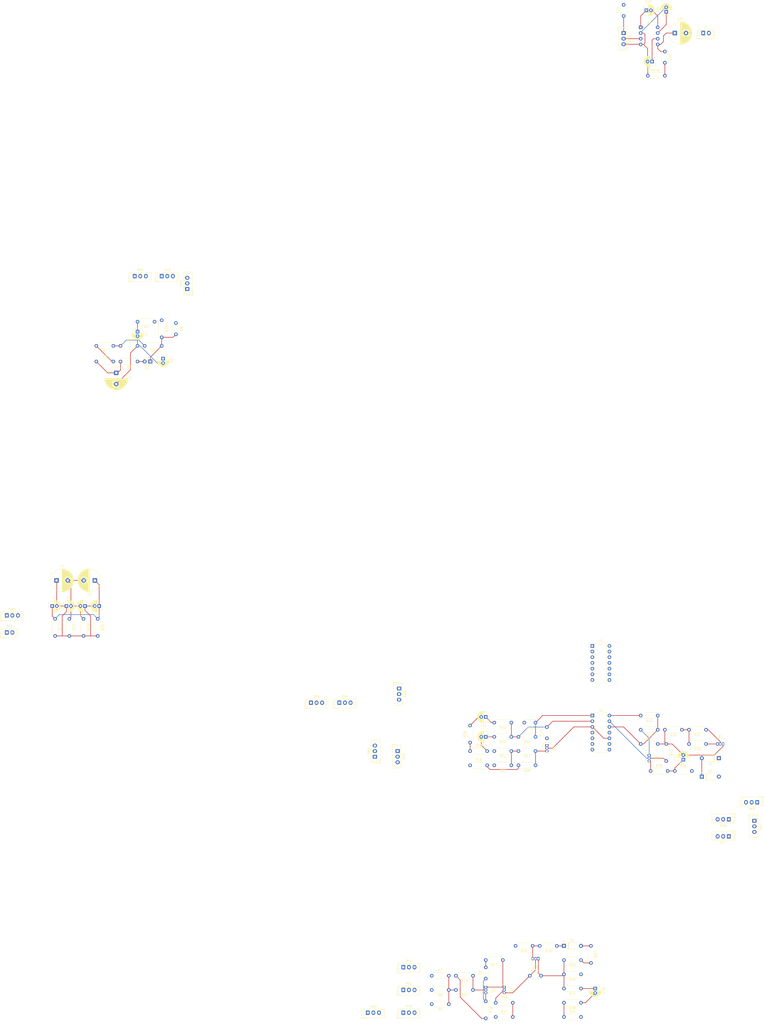
<source format=kicad_pcb>
(kicad_pcb (version 20171130) (host pcbnew "(5.1.10)-1")
  (layers (0 F.Cu signal) (31 B.Cu signal) (34 B.Paste user) (35 F.Paste user) (36 B.SilkS user) (37 F.SilkS user) (38 B.Mask user) (39 F.Mask user) (44 Edge.Cuts user))
  (net 0 "")
  (net 1 BN)
  (net 2 "Net-(BT1-Pad1)")
  (net 3 "Net-(C1-Pad1)")
  (net 4 BP)
  (net 5 "Net-(C3-Pad1)")
  (net 6 VG)
  (net 7 "Net-(C6-Pad1)")
  (net 8 "Net-(C8-Pad2)")
  (net 9 "Net-(C8-Pad1)")
  (net 10 "Net-(C9-Pad1)")
  (net 11 "Net-(C9-Pad2)")
  (net 12 "Net-(C12-Pad2)")
  (net 13 "Net-(C12-Pad1)")
  (net 14 "Net-(C13-Pad1)")
  (net 15 "Net-(C13-Pad2)")
  (net 16 "Net-(C14-Pad1)")
  (net 17 RMP)
  (net 18 "Net-(C15-Pad2)")
  (net 19 "Net-(C15-Pad1)")
  (net 20 A)
  (net 21 "Net-(C16-Pad2)")
  (net 22 "Net-(C17-Pad1)")
  (net 23 "Net-(C18-Pad1)")
  (net 24 "Net-(C19-Pad1)")
  (net 25 "Net-(C21-Pad1)")
  (net 26 "Net-(C22-Pad1)")
  (net 27 "Net-(C22-Pad2)")
  (net 28 "Net-(C23-Pad2)")
  (net 29 "Net-(C23-Pad1)")
  (net 30 "Net-(C24-Pad2)")
  (net 31 "Net-(D1-Pad2)")
  (net 32 "Net-(D2-Pad1)")
  (net 33 "Net-(D2-Pad2)")
  (net 34 "Net-(D3-Pad2)")
  (net 35 "Net-(D4-Pad1)")
  (net 36 "Net-(D4-Pad2)")
  (net 37 "Net-(Q1-Pad1)")
  (net 38 "Net-(Q1-Pad2)")
  (net 39 "Net-(Q3-Pad2)")
  (net 40 "Net-(Q3-Pad1)")
  (net 41 "Net-(Q4-Pad3)")
  (net 42 "Net-(Q5-Pad3)")
  (net 43 AREG)
  (net 44 "Net-(Q6-Pad3)")
  (net 45 "Net-(R1-Pad1)")
  (net 46 "Net-(R4-Pad1)")
  (net 47 "Net-(R7-Pad1)")
  (net 48 "Net-(R14-Pad2)")
  (net 49 "Net-(R8-Pad2)")
  (net 50 "Net-(R9-Pad2)")
  (net 51 "Net-(R18-Pad1)")
  (net 52 "Net-(R21-Pad2)")
  (net 53 "Net-(R21-Pad1)")
  (net 54 "Net-(R30-Pad2)")
  (net 55 "Net-(R33-Pad1)")
  (net 56 "Net-(R34-Pad1)")
  (net 57 "Net-(R36-Pad2)")
  (net 58 "Net-(R40-Pad1)")
  (net 59 "Net-(R43-Pad1)")
  (net 60 "Net-(R43-Pad2)")
  (net 61 SQR)
  (net 62 "Net-(R47-Pad1)")
  (net 63 LFO)
  (net 64 "Net-(RV3-Pad1)")
  (net 65 "Net-(RV5-Pad1)")
  (net 66 "Net-(RV10-Pad2)")
  (module Connector_JST:JST_EH_B2B-EH-A_1x02_P2.50mm_Vertical (layer F.Cu) (at -142.875 230.251)
    (fp_text reference BT1 (at 1.25 -2.8) (layer F.SilkS))
    (fp_text value 9V)
    (pad 2 thru_hole oval (at 2.5 0) (size 1.7 2) (drill 1) (layers *.Cu *.Mask) (net 1 BN))
    (pad 1 thru_hole roundrect (at 0 0) (size 1.7 2) (drill 1) (layers *.Cu *.Mask) (roundrect_rratio 0.147059) (net 2 "Net-(BT1-Pad1)"))
  )
  (module Capacitor_THT:CP_Radial_D5.0mm_P2.00mm (layer F.Cu) (at -84.455 95.885 270)
    (fp_text reference C1 (at 1 -3.75 90) (layer F.SilkS))
    (fp_text value 1uF)
    (pad 2 thru_hole circle (at 2 0 270) (size 1.6 1.6) (drill 0.8) (layers *.Cu *.Mask) (net 1 BN))
    (pad 1 thru_hole rect (at 0 0 270) (size 1.6 1.6) (drill 0.8) (layers *.Cu *.Mask) (net 3 "Net-(C1-Pad1)"))
  )
  (module Capacitor_THT:CP_Radial_D10.0mm_P5.00mm (layer F.Cu) (at -103.505 207.01 180)
    (fp_text reference C2 (at 2.5 -6.25) (layer F.SilkS))
    (fp_text value 470uF)
    (pad 2 thru_hole circle (at 5 0 180) (size 2 2) (drill 1) (layers *.Cu *.Mask) (net 1 BN))
    (pad 1 thru_hole rect (at 0 0 180) (size 2 2) (drill 1) (layers *.Cu *.Mask) (net 4 BP))
  )
  (module Capacitor_THT:CP_Radial_D10.0mm_P5.00mm (layer F.Cu) (at -93.98 114.3 270)
    (fp_text reference C3 (at 2.5 -6.25 90) (layer F.SilkS))
    (fp_text value 470uF)
    (pad 1 thru_hole rect (at 0 0 270) (size 2 2) (drill 1) (layers *.Cu *.Mask) (net 5 "Net-(C3-Pad1)"))
    (pad 2 thru_hole circle (at 5 0 270) (size 2 2) (drill 1) (layers *.Cu *.Mask) (net 1 BN))
  )
  (module Capacitor_THT:CP_Radial_D5.0mm_P2.00mm (layer F.Cu) (at -122.555 218.44)
    (fp_text reference C4 (at 1 -3.75) (layer F.SilkS))
    (fp_text value 10uF)
    (pad 1 thru_hole rect (at 0 0) (size 1.6 1.6) (drill 0.8) (layers *.Cu *.Mask) (net 4 BP))
    (pad 2 thru_hole circle (at 2 0) (size 1.6 1.6) (drill 0.8) (layers *.Cu *.Mask) (net 6 VG))
  )
  (module Capacitor_THT:CP_Radial_D5.0mm_P2.00mm (layer F.Cu) (at -116.205 218.44)
    (fp_text reference C5 (at 1 -3.75) (layer F.SilkS))
    (fp_text value 10uF)
    (pad 1 thru_hole rect (at 0 0) (size 1.6 1.6) (drill 0.8) (layers *.Cu *.Mask) (net 6 VG))
    (pad 2 thru_hole circle (at 2 0) (size 1.6 1.6) (drill 0.8) (layers *.Cu *.Mask) (net 1 BN))
  )
  (module Capacitor_THT:CP_Radial_D5.0mm_P2.00mm (layer F.Cu) (at -73.025 107.95 270)
    (fp_text reference C6 (at 1 -3.75 90) (layer F.SilkS))
    (fp_text value 1uF)
    (pad 1 thru_hole rect (at 0 0 270) (size 1.6 1.6) (drill 0.8) (layers *.Cu *.Mask) (net 7 "Net-(C6-Pad1)"))
    (pad 2 thru_hole circle (at 2 0 270) (size 1.6 1.6) (drill 0.8) (layers *.Cu *.Mask) (net 1 BN))
  )
  (module Capacitor_THT:CP_Radial_D10.0mm_P5.00mm (layer F.Cu) (at -120.65 207.01)
    (fp_text reference C7 (at 2.5 -6.25) (layer F.SilkS))
    (fp_text value 470uF)
    (pad 1 thru_hole rect (at 0 0) (size 2 2) (drill 1) (layers *.Cu *.Mask) (net 6 VG))
    (pad 2 thru_hole circle (at 5 0) (size 2 2) (drill 1) (layers *.Cu *.Mask) (net 1 BN))
  )
  (module Capacitor_THT:C_Disc_D4.7mm_W2.5mm_P5.00mm (layer F.Cu) (at -67.31 92.075 270)
    (fp_text reference C8 (at 2.5 -2.5 90) (layer F.SilkS))
    (fp_text value 1nF)
    (pad 2 thru_hole circle (at 5 0 270) (size 1.6 1.6) (drill 0.8) (layers *.Cu *.Mask) (net 8 "Net-(C8-Pad2)"))
    (pad 1 thru_hole circle (at 0 0 270) (size 1.6 1.6) (drill 0.8) (layers *.Cu *.Mask) (net 9 "Net-(C8-Pad1)"))
  )
  (module Capacitor_THT:C_Disc_D4.7mm_W2.5mm_P5.00mm (layer F.Cu) (at 71.12 384.81 90)
    (fp_text reference C9 (at 2.5 -2.5 90) (layer F.SilkS))
    (fp_text value 100pF)
    (pad 2 thru_hole circle (at 5 0 90) (size 1.6 1.6) (drill 0.8) (layers *.Cu *.Mask) (net 11 "Net-(C9-Pad2)"))
    (pad 1 thru_hole circle (at 0 0 90) (size 1.6 1.6) (drill 0.8) (layers *.Cu *.Mask) (net 10 "Net-(C9-Pad1)"))
  )
  (module Capacitor_THT:CP_Radial_D5.0mm_P2.00mm (layer F.Cu) (at -101.6 218.44 180)
    (fp_text reference C10 (at 1 -3.75) (layer F.SilkS))
    (fp_text value 10uF)
    (pad 1 thru_hole rect (at 0 0 180) (size 1.6 1.6) (drill 0.8) (layers *.Cu *.Mask) (net 4 BP))
    (pad 2 thru_hole circle (at 2 0 180) (size 1.6 1.6) (drill 0.8) (layers *.Cu *.Mask) (net 6 VG))
  )
  (module Capacitor_THT:CP_Radial_D5.0mm_P2.00mm (layer F.Cu) (at -107.95 218.44 180)
    (fp_text reference C11 (at 1 -3.75) (layer F.SilkS))
    (fp_text value 10uF)
    (pad 2 thru_hole circle (at 2 0 180) (size 1.6 1.6) (drill 0.8) (layers *.Cu *.Mask) (net 1 BN))
    (pad 1 thru_hole rect (at 0 0 180) (size 1.6 1.6) (drill 0.8) (layers *.Cu *.Mask) (net 6 VG))
  )
  (module Capacitor_THT:CP_Radial_D5.0mm_P2.00mm (layer F.Cu) (at 71.12 267.97 180)
    (fp_text reference C12 (at 1 -3.75) (layer F.SilkS))
    (fp_text value 0.1uF)
    (pad 2 thru_hole circle (at 2 0 180) (size 1.6 1.6) (drill 0.8) (layers *.Cu *.Mask) (net 12 "Net-(C12-Pad2)"))
    (pad 1 thru_hole rect (at 0 0 180) (size 1.6 1.6) (drill 0.8) (layers *.Cu *.Mask) (net 13 "Net-(C12-Pad1)"))
  )
  (module Capacitor_THT:CP_Radial_D5.0mm_P2.00mm (layer F.Cu) (at 71.12 276.86 180)
    (fp_text reference C13 (at 1 -3.75) (layer F.SilkS))
    (fp_text value 0.1uF)
    (pad 1 thru_hole rect (at 0 0 180) (size 1.6 1.6) (drill 0.8) (layers *.Cu *.Mask) (net 14 "Net-(C13-Pad1)"))
    (pad 2 thru_hole circle (at 2 0 180) (size 1.6 1.6) (drill 0.8) (layers *.Cu *.Mask) (net 15 "Net-(C13-Pad2)"))
  )
  (module Capacitor_THT:C_Disc_D4.7mm_W2.5mm_P5.00mm (layer F.Cu) (at 90.805 383.54)
    (fp_text reference C14 (at 2.5 -2.5) (layer F.SilkS))
    (fp_text value .001uF)
    (pad 2 thru_hole circle (at 5 0) (size 1.6 1.6) (drill 0.8) (layers *.Cu *.Mask) (net 17 RMP))
    (pad 1 thru_hole circle (at 0 0) (size 1.6 1.6) (drill 0.8) (layers *.Cu *.Mask) (net 16 "Net-(C14-Pad1)"))
  )
  (module Capacitor_THT:C_Disc_D4.7mm_W2.5mm_P5.00mm (layer F.Cu) (at 98.425 277.495 90)
    (fp_text reference C15 (at 2.5 -2.5 90) (layer F.SilkS))
    (fp_text value .001uF)
    (pad 2 thru_hole circle (at 5 0 90) (size 1.6 1.6) (drill 0.8) (layers *.Cu *.Mask) (net 18 "Net-(C15-Pad2)"))
    (pad 1 thru_hole circle (at 0 0 90) (size 1.6 1.6) (drill 0.8) (layers *.Cu *.Mask) (net 19 "Net-(C15-Pad1)"))
  )
  (module Capacitor_THT:C_Disc_D4.7mm_W2.5mm_P5.00mm (layer F.Cu) (at 93.345 270.51 180)
    (fp_text reference C16 (at 2.5 -2.5) (layer F.SilkS))
    (fp_text value .001uF)
    (pad 1 thru_hole circle (at 0 0 180) (size 1.6 1.6) (drill 0.8) (layers *.Cu *.Mask) (net 20 A))
    (pad 2 thru_hole circle (at 5 0 180) (size 1.6 1.6) (drill 0.8) (layers *.Cu *.Mask) (net 21 "Net-(C16-Pad2)"))
  )
  (module Capacitor_THT:CP_Radial_D5.0mm_P2.00mm (layer F.Cu) (at 159.385 287.02 90)
    (fp_text reference C17 (at 1 -3.75 90) (layer F.SilkS))
    (fp_text value 4.7uF)
    (pad 2 thru_hole circle (at 2 0 90) (size 1.6 1.6) (drill 0.8) (layers *.Cu *.Mask) (net 1 BN))
    (pad 1 thru_hole rect (at 0 0 90) (size 1.6 1.6) (drill 0.8) (layers *.Cu *.Mask) (net 22 "Net-(C17-Pad1)"))
  )
  (module Capacitor_THT:CP_Radial_D5.0mm_P2.00mm (layer F.Cu) (at 120.015 389.255 270)
    (fp_text reference C18 (at 1 -3.75 90) (layer F.SilkS))
    (fp_text value 0.1uF)
    (pad 2 thru_hole circle (at 2 0 270) (size 1.6 1.6) (drill 0.8) (layers *.Cu *.Mask) (net 1 BN))
    (pad 1 thru_hole rect (at 0 0 270) (size 1.6 1.6) (drill 0.8) (layers *.Cu *.Mask) (net 23 "Net-(C18-Pad1)"))
  )
  (module Capacitor_THT:C_Disc_D4.7mm_W2.5mm_P5.00mm (layer F.Cu) (at 132.715 -45.085 90)
    (fp_text reference C19 (at 2.5 -2.5 90) (layer F.SilkS))
    (fp_text value 1uF)
    (pad 1 thru_hole circle (at 0 0 90) (size 1.6 1.6) (drill 0.8) (layers *.Cu *.Mask) (net 24 "Net-(C19-Pad1)"))
    (pad 2 thru_hole circle (at 5 0 90) (size 1.6 1.6) (drill 0.8) (layers *.Cu *.Mask) (net 20 A))
  )
  (module Capacitor_THT:CP_Radial_D5.0mm_P2.00mm (layer F.Cu) (at 145.415 -24.765 180)
    (fp_text reference C20 (at 1 -3.75) (layer F.SilkS))
    (fp_text value 0.1uF)
    (pad 2 thru_hole circle (at 2 0 180) (size 1.6 1.6) (drill 0.8) (layers *.Cu *.Mask) (net 1 BN))
    (pad 1 thru_hole rect (at 0 0 180) (size 1.6 1.6) (drill 0.8) (layers *.Cu *.Mask) (net 4 BP))
  )
  (module Capacitor_THT:CP_Radial_D5.0mm_P2.00mm (layer F.Cu) (at 151.765 -46.99 90)
    (fp_text reference C21 (at 1 -3.75 90) (layer F.SilkS))
    (fp_text value 10uF)
    (pad 2 thru_hole circle (at 2 0 90) (size 1.6 1.6) (drill 0.8) (layers *.Cu *.Mask) (net 1 BN))
    (pad 1 thru_hole rect (at 0 0 90) (size 1.6 1.6) (drill 0.8) (layers *.Cu *.Mask) (net 25 "Net-(C21-Pad1)"))
  )
  (module Capacitor_THT:CP_Radial_D5.0mm_P2.00mm (layer F.Cu) (at 142.875 -47.625)
    (fp_text reference C22 (at 1 -3.75) (layer F.SilkS))
    (fp_text value 10uF)
    (pad 1 thru_hole rect (at 0 0) (size 1.6 1.6) (drill 0.8) (layers *.Cu *.Mask) (net 26 "Net-(C22-Pad1)"))
    (pad 2 thru_hole circle (at 2 0) (size 1.6 1.6) (drill 0.8) (layers *.Cu *.Mask) (net 27 "Net-(C22-Pad2)"))
  )
  (module Capacitor_THT:C_Disc_D4.7mm_W2.5mm_P5.00mm (layer F.Cu) (at 151.13 -29.21 270)
    (fp_text reference C23 (at 2.5 -2.5 90) (layer F.SilkS))
    (fp_text value .047uF)
    (pad 2 thru_hole circle (at 5 0 270) (size 1.6 1.6) (drill 0.8) (layers *.Cu *.Mask) (net 28 "Net-(C23-Pad2)"))
    (pad 1 thru_hole circle (at 0 0 270) (size 1.6 1.6) (drill 0.8) (layers *.Cu *.Mask) (net 29 "Net-(C23-Pad1)"))
  )
  (module Capacitor_THT:CP_Radial_D10.0mm_P5.00mm (layer F.Cu) (at 155.575 -37.465)
    (fp_text reference C24 (at 2.5 -6.25) (layer F.SilkS))
    (fp_text value 220uF)
    (pad 2 thru_hole circle (at 5 0) (size 2 2) (drill 1) (layers *.Cu *.Mask) (net 30 "Net-(C24-Pad2)"))
    (pad 1 thru_hole rect (at 0 0) (size 2 2) (drill 1) (layers *.Cu *.Mask) (net 29 "Net-(C23-Pad1)"))
  )
  (module LED_THT:LED_D3.0mm (layer F.Cu) (at -78.74 109.22 180)
    (fp_text reference D1 (at 1.27 -2.96) (layer F.SilkS))
    (fp_text value LED)
    (pad 1 thru_hole rect (at 0 0 180) (size 1.8 1.8) (drill 0.9) (layers *.Cu *.Mask) (net 8 "Net-(C8-Pad2)"))
    (pad 2 thru_hole circle (at 2.54 0 180) (size 1.8 1.8) (drill 0.9) (layers *.Cu *.Mask) (net 31 "Net-(D1-Pad2)"))
  )
  (module Diode_THT:D_A-405_P7.62mm_Horizontal (layer F.Cu) (at 175.26 286.385 180)
    (fp_text reference D2 (at 3.81 -2.47) (layer F.SilkS))
    (fp_text value D)
    (fp_text user K (at 0 -1.9) (layer F.SilkS))
    (pad 1 thru_hole rect (at 0 0 180) (size 1.8 1.8) (drill 0.9) (layers *.Cu *.Mask) (net 32 "Net-(D2-Pad1)"))
    (pad 2 thru_hole oval (at 7.62 0 180) (size 1.8 1.8) (drill 0.9) (layers *.Cu *.Mask) (net 33 "Net-(D2-Pad2)"))
  )
  (module Diode_THT:D_A-405_P7.62mm_Horizontal (layer F.Cu) (at 167.64 294.614001)
    (fp_text reference D3 (at 3.81 -2.47) (layer F.SilkS))
    (fp_text value D)
    (fp_text user K (at 0 -1.9) (layer F.SilkS))
    (pad 2 thru_hole oval (at 7.62 0) (size 1.8 1.8) (drill 0.9) (layers *.Cu *.Mask) (net 34 "Net-(D3-Pad2)"))
    (pad 1 thru_hole rect (at 0 0) (size 1.8 1.8) (drill 0.9) (layers *.Cu *.Mask) (net 33 "Net-(D2-Pad2)"))
  )
  (module Diode_THT:D_A-405_P7.62mm_Horizontal (layer F.Cu) (at 106.045 370.205)
    (fp_text reference D4 (at 3.81 -2.47) (layer F.SilkS))
    (fp_text value D)
    (fp_text user K (at 0 -1.9) (layer F.SilkS))
    (pad 2 thru_hole oval (at 7.62 0) (size 1.8 1.8) (drill 0.9) (layers *.Cu *.Mask) (net 36 "Net-(D4-Pad2)"))
    (pad 1 thru_hole rect (at 0 0) (size 1.8 1.8) (drill 0.9) (layers *.Cu *.Mask) (net 35 "Net-(D4-Pad1)"))
  )
  (module Connector_JST:JST_EH_B2B-EH-A_1x02_P2.50mm_Vertical (layer F.Cu) (at 168.275 -37.465)
    (fp_text reference J1 (at 1.25 -2.8) (layer F.SilkS))
    (fp_text value SPKR)
    (pad 1 thru_hole roundrect (at 0 0) (size 1.7 2) (drill 1) (layers *.Cu *.Mask) (roundrect_rratio 0.147059) (net 30 "Net-(C24-Pad2)"))
    (pad 2 thru_hole oval (at 2.5 0) (size 1.7 2) (drill 1) (layers *.Cu *.Mask) (net 1 BN))
  )
  (module Package_TO_SOT_THT:TO-92_Inline (layer F.Cu) (at 71.12 388.62 270)
    (fp_text reference Q1 (at 1.27 -3.56 90) (layer F.SilkS))
    (fp_text value 2N3904)
    (pad 2 thru_hole oval (at 1.27 0 270) (size 1.05 1.5) (drill 0.75) (layers *.Cu *.Mask) (net 38 "Net-(Q1-Pad2)"))
    (pad 3 thru_hole oval (at 2.54 0 270) (size 1.05 1.5) (drill 0.75) (layers *.Cu *.Mask) (net 10 "Net-(C9-Pad1)"))
    (pad 1 thru_hole rect (at 0 0 270) (size 1.05 1.5) (drill 0.75) (layers *.Cu *.Mask) (net 37 "Net-(Q1-Pad1)"))
  )
  (module Package_TO_SOT_THT:TO-92_Inline (layer F.Cu) (at 79.375 388.62 270)
    (fp_text reference Q2 (at 1.27 -3.56 90) (layer F.SilkS))
    (fp_text value 2N3904)
    (pad 1 thru_hole rect (at 0 0 270) (size 1.05 1.5) (drill 0.75) (layers *.Cu *.Mask) (net 37 "Net-(Q1-Pad1)"))
    (pad 3 thru_hole oval (at 2.54 0 270) (size 1.05 1.5) (drill 0.75) (layers *.Cu *.Mask) (net 16 "Net-(C14-Pad1)"))
    (pad 2 thru_hole oval (at 1.27 0 270) (size 1.05 1.5) (drill 0.75) (layers *.Cu *.Mask) (net 6 VG))
  )
  (module Package_TO_SOT_THT:TO-92_Inline (layer F.Cu) (at 174.625 280.035)
    (fp_text reference Q3 (at 1.27 -3.56) (layer F.SilkS))
    (fp_text value 2N3906)
    (pad 2 thru_hole oval (at 1.27 0) (size 1.05 1.5) (drill 0.75) (layers *.Cu *.Mask) (net 39 "Net-(Q3-Pad2)"))
    (pad 3 thru_hole oval (at 2.54 0) (size 1.05 1.5) (drill 0.75) (layers *.Cu *.Mask) (net 1 BN))
    (pad 1 thru_hole rect (at 0 0) (size 1.05 1.5) (drill 0.75) (layers *.Cu *.Mask) (net 40 "Net-(Q3-Pad1)"))
  )
  (module Package_TO_SOT_THT:TO-92_Inline (layer F.Cu) (at 94.615 375.92 180)
    (fp_text reference Q4 (at 1.27 -3.56) (layer F.SilkS))
    (fp_text value 2N5457)
    (pad 2 thru_hole oval (at 1.27 0 180) (size 1.05 1.5) (drill 0.75) (layers *.Cu *.Mask) (net 16 "Net-(C14-Pad1)"))
    (pad 3 thru_hole oval (at 2.54 0 180) (size 1.05 1.5) (drill 0.75) (layers *.Cu *.Mask) (net 41 "Net-(Q4-Pad3)"))
    (pad 1 thru_hole rect (at 0 0 180) (size 1.05 1.5) (drill 0.75) (layers *.Cu *.Mask) (net 17 RMP))
  )
  (module Package_TO_SOT_THT:TO-92_Inline (layer F.Cu) (at 98.425 280.67 270)
    (fp_text reference Q5 (at 1.27 -3.56 90) (layer F.SilkS))
    (fp_text value 2N5457)
    (pad 1 thru_hole rect (at 0 0 270) (size 1.05 1.5) (drill 0.75) (layers *.Cu *.Mask) (net 19 "Net-(C15-Pad1)"))
    (pad 3 thru_hole oval (at 2.54 0 270) (size 1.05 1.5) (drill 0.75) (layers *.Cu *.Mask) (net 42 "Net-(Q5-Pad3)"))
    (pad 2 thru_hole oval (at 1.27 0 270) (size 1.05 1.5) (drill 0.75) (layers *.Cu *.Mask) (net 6 VG))
  )
  (module Package_TO_SOT_THT:TO-92_Inline (layer F.Cu) (at 144.145 285.115 270)
    (fp_text reference Q6 (at 1.27 -3.56 90) (layer F.SilkS))
    (fp_text value 2N5457)
    (pad 2 thru_hole oval (at 1.27 0 270) (size 1.05 1.5) (drill 0.75) (layers *.Cu *.Mask) (net 43 AREG))
    (pad 3 thru_hole oval (at 2.54 0 270) (size 1.05 1.5) (drill 0.75) (layers *.Cu *.Mask) (net 44 "Net-(Q6-Pad3)"))
    (pad 1 thru_hole rect (at 0 0 270) (size 1.05 1.5) (drill 0.75) (layers *.Cu *.Mask) (net 4 BP))
  )
  (module Resistor_THT:R_Axial_DIN0207_L6.3mm_D2.5mm_P7.62mm_Horizontal (layer F.Cu) (at -95.25 102.235 180)
    (fp_text reference R1 (at 3.81 -2.37) (layer F.SilkS))
    (fp_text value 100k)
    (pad 2 thru_hole oval (at 7.62 0 180) (size 1.6 1.6) (drill 0.8) (layers *.Cu *.Mask) (net 4 BP))
    (pad 1 thru_hole circle (at 0 0 180) (size 1.6 1.6) (drill 0.8) (layers *.Cu *.Mask) (net 45 "Net-(R1-Pad1)"))
  )
  (module Resistor_THT:R_Axial_DIN0207_L6.3mm_D2.5mm_P7.62mm_Horizontal (layer F.Cu) (at -92.075 102.235)
    (fp_text reference R2 (at 3.81 -2.37) (layer F.SilkS))
    (fp_text value 100k)
    (pad 1 thru_hole circle (at 0 0) (size 1.6 1.6) (drill 0.8) (layers *.Cu *.Mask) (net 45 "Net-(R1-Pad1)"))
    (pad 2 thru_hole oval (at 7.62 0) (size 1.6 1.6) (drill 0.8) (layers *.Cu *.Mask) (net 1 BN))
  )
  (module Resistor_THT:R_Axial_DIN0207_L6.3mm_D2.5mm_P7.62mm_Horizontal (layer F.Cu) (at -102.87 109.22)
    (fp_text reference R3 (at 3.81 -2.37) (layer F.SilkS))
    (fp_text value 3k)
    (pad 1 thru_hole circle (at 0 0) (size 1.6 1.6) (drill 0.8) (layers *.Cu *.Mask) (net 5 "Net-(C3-Pad1)"))
    (pad 2 thru_hole oval (at 7.62 0) (size 1.6 1.6) (drill 0.8) (layers *.Cu *.Mask) (net 4 BP))
  )
  (module Resistor_THT:R_Axial_DIN0207_L6.3mm_D2.5mm_P7.62mm_Horizontal (layer F.Cu) (at -76.835 91.44 180)
    (fp_text reference R4 (at 3.81 -2.37) (layer F.SilkS))
    (fp_text value 3k)
    (pad 2 thru_hole oval (at 7.62 0 180) (size 1.6 1.6) (drill 0.8) (layers *.Cu *.Mask) (net 3 "Net-(C1-Pad1)"))
    (pad 1 thru_hole circle (at 0 0 180) (size 1.6 1.6) (drill 0.8) (layers *.Cu *.Mask) (net 46 "Net-(R4-Pad1)"))
  )
  (module Resistor_THT:R_Axial_DIN0207_L6.3mm_D2.5mm_P7.62mm_Horizontal (layer F.Cu) (at -73.66 102.235 180)
    (fp_text reference R5 (at 3.81 -2.37) (layer F.SilkS))
    (fp_text value 100k)
    (pad 2 thru_hole oval (at 7.62 0 180) (size 1.6 1.6) (drill 0.8) (layers *.Cu *.Mask) (net 45 "Net-(R1-Pad1)"))
    (pad 1 thru_hole circle (at 0 0 180) (size 1.6 1.6) (drill 0.8) (layers *.Cu *.Mask) (net 8 "Net-(C8-Pad2)"))
  )
  (module Resistor_THT:R_Axial_DIN0207_L6.3mm_D2.5mm_P7.62mm_Horizontal (layer F.Cu) (at -84.455 109.22 180)
    (fp_text reference R6 (at 3.81 -2.37) (layer F.SilkS))
    (fp_text value 3k)
    (pad 1 thru_hole circle (at 0 0 180) (size 1.6 1.6) (drill 0.8) (layers *.Cu *.Mask) (net 31 "Net-(D1-Pad2)"))
    (pad 2 thru_hole oval (at 7.62 0 180) (size 1.6 1.6) (drill 0.8) (layers *.Cu *.Mask) (net 5 "Net-(C3-Pad1)"))
  )
  (module Resistor_THT:R_Axial_DIN0207_L6.3mm_D2.5mm_P7.62mm_Horizontal (layer F.Cu) (at 46.99 383.54)
    (fp_text reference R7 (at 3.81 -2.37) (layer F.SilkS))
    (fp_text value 47k)
    (pad 2 thru_hole oval (at 7.62 0) (size 1.6 1.6) (drill 0.8) (layers *.Cu *.Mask) (net 48 "Net-(R14-Pad2)"))
    (pad 1 thru_hole circle (at 0 0) (size 1.6 1.6) (drill 0.8) (layers *.Cu *.Mask) (net 47 "Net-(R7-Pad1)"))
  )
  (module Resistor_THT:R_Axial_DIN0207_L6.3mm_D2.5mm_P7.62mm_Horizontal (layer F.Cu) (at 54.61 389.89 180)
    (fp_text reference R8 (at 3.81 -2.37) (layer F.SilkS))
    (fp_text value 100k)
    (pad 1 thru_hole circle (at 0 0 180) (size 1.6 1.6) (drill 0.8) (layers *.Cu *.Mask) (net 48 "Net-(R14-Pad2)"))
    (pad 2 thru_hole oval (at 7.62 0 180) (size 1.6 1.6) (drill 0.8) (layers *.Cu *.Mask) (net 49 "Net-(R8-Pad2)"))
  )
  (module Resistor_THT:R_Axial_DIN0207_L6.3mm_D2.5mm_P7.62mm_Horizontal (layer F.Cu) (at 54.61 396.24 180)
    (fp_text reference R9 (at 3.81 -2.37) (layer F.SilkS))
    (fp_text value 36k)
    (pad 2 thru_hole oval (at 7.62 0 180) (size 1.6 1.6) (drill 0.8) (layers *.Cu *.Mask) (net 50 "Net-(R9-Pad2)"))
    (pad 1 thru_hole circle (at 0 0 180) (size 1.6 1.6) (drill 0.8) (layers *.Cu *.Mask) (net 48 "Net-(R14-Pad2)"))
  )
  (module Resistor_THT:R_Axial_DIN0207_L6.3mm_D2.5mm_P7.62mm_Horizontal (layer F.Cu) (at -73.66 90.805 270)
    (fp_text reference R10 (at 3.81 -2.37 90) (layer F.SilkS))
    (fp_text value 20k)
    (pad 2 thru_hole oval (at 7.62 0 270) (size 1.6 1.6) (drill 0.8) (layers *.Cu *.Mask) (net 8 "Net-(C8-Pad2)"))
    (pad 1 thru_hole circle (at 0 0 270) (size 1.6 1.6) (drill 0.8) (layers *.Cu *.Mask) (net 7 "Net-(C6-Pad1)"))
  )
  (module Resistor_THT:R_Axial_DIN0207_L6.3mm_D2.5mm_P7.62mm_Horizontal (layer F.Cu) (at -121.285 224.155 270)
    (fp_text reference R11 (at 3.81 -2.37 90) (layer F.SilkS))
    (fp_text value 4.7k)
    (pad 1 thru_hole circle (at 0 0 270) (size 1.6 1.6) (drill 0.8) (layers *.Cu *.Mask) (net 4 BP))
    (pad 2 thru_hole oval (at 7.62 0 270) (size 1.6 1.6) (drill 0.8) (layers *.Cu *.Mask) (net 6 VG))
  )
  (module Resistor_THT:R_Axial_DIN0207_L6.3mm_D2.5mm_P7.62mm_Horizontal (layer F.Cu) (at -114.935 224.155 270)
    (fp_text reference R12 (at 3.81 -2.37 90) (layer F.SilkS))
    (fp_text value 4.7k)
    (pad 1 thru_hole circle (at 0 0 270) (size 1.6 1.6) (drill 0.8) (layers *.Cu *.Mask) (net 1 BN))
    (pad 2 thru_hole oval (at 7.62 0 270) (size 1.6 1.6) (drill 0.8) (layers *.Cu *.Mask) (net 6 VG))
  )
  (module Resistor_THT:R_Axial_DIN0207_L6.3mm_D2.5mm_P7.62mm_Horizontal (layer F.Cu) (at 65.405 383.54 180)
    (fp_text reference R13 (at 3.81 -2.37) (layer F.SilkS))
    (fp_text value 270k)
    (pad 1 thru_hole circle (at 0 0 180) (size 1.6 1.6) (drill 0.8) (layers *.Cu *.Mask) (net 38 "Net-(Q1-Pad2)"))
    (pad 2 thru_hole oval (at 7.62 0 180) (size 1.6 1.6) (drill 0.8) (layers *.Cu *.Mask) (net 4 BP))
  )
  (module Resistor_THT:R_Axial_DIN0207_L6.3mm_D2.5mm_P7.62mm_Horizontal (layer F.Cu) (at 65.405 389.89 180)
    (fp_text reference R14 (at 3.81 -2.37) (layer F.SilkS))
    (fp_text value 2k)
    (pad 2 thru_hole oval (at 7.62 0 180) (size 1.6 1.6) (drill 0.8) (layers *.Cu *.Mask) (net 48 "Net-(R14-Pad2)"))
    (pad 1 thru_hole circle (at 0 0 180) (size 1.6 1.6) (drill 0.8) (layers *.Cu *.Mask) (net 38 "Net-(Q1-Pad2)"))
  )
  (module Resistor_THT:R_Axial_DIN0207_L6.3mm_D2.5mm_P7.62mm_Horizontal (layer F.Cu) (at -102.235 224.155 270)
    (fp_text reference R15 (at 3.81 -2.37 90) (layer F.SilkS))
    (fp_text value 4.7k)
    (pad 1 thru_hole circle (at 0 0 270) (size 1.6 1.6) (drill 0.8) (layers *.Cu *.Mask) (net 4 BP))
    (pad 2 thru_hole oval (at 7.62 0 270) (size 1.6 1.6) (drill 0.8) (layers *.Cu *.Mask) (net 6 VG))
  )
  (module Resistor_THT:R_Axial_DIN0207_L6.3mm_D2.5mm_P7.62mm_Horizontal (layer F.Cu) (at 71.12 394.97 270)
    (fp_text reference R16 (at 3.81 -2.37 90) (layer F.SilkS))
    (fp_text value 2M)
    (pad 2 thru_hole oval (at 7.62 0 270) (size 1.6 1.6) (drill 0.8) (layers *.Cu *.Mask) (net 4 BP))
    (pad 1 thru_hole circle (at 0 0 270) (size 1.6 1.6) (drill 0.8) (layers *.Cu *.Mask) (net 10 "Net-(C9-Pad1)"))
  )
  (module Resistor_THT:R_Axial_DIN0207_L6.3mm_D2.5mm_P7.62mm_Horizontal (layer F.Cu) (at 78.74 376.555 180)
    (fp_text reference R17 (at 3.81 -2.37) (layer F.SilkS))
    (fp_text value 10k)
    (pad 1 thru_hole circle (at 0 0 180) (size 1.6 1.6) (drill 0.8) (layers *.Cu *.Mask) (net 37 "Net-(Q1-Pad1)"))
    (pad 2 thru_hole oval (at 7.62 0 180) (size 1.6 1.6) (drill 0.8) (layers *.Cu *.Mask) (net 11 "Net-(C9-Pad2)"))
  )
  (module Resistor_THT:R_Axial_DIN0207_L6.3mm_D2.5mm_P7.62mm_Horizontal (layer F.Cu) (at 64.135 289.56)
    (fp_text reference R18 (at 3.81 -2.37) (layer F.SilkS))
    (fp_text value 27k)
    (pad 2 thru_hole oval (at 7.62 0) (size 1.6 1.6) (drill 0.8) (layers *.Cu *.Mask) (net 1 BN))
    (pad 1 thru_hole circle (at 0 0) (size 1.6 1.6) (drill 0.8) (layers *.Cu *.Mask) (net 51 "Net-(R18-Pad1)"))
  )
  (module Resistor_THT:R_Axial_DIN0207_L6.3mm_D2.5mm_P7.62mm_Horizontal (layer F.Cu) (at -108.585 224.155 270)
    (fp_text reference R19 (at 3.81 -2.37 90) (layer F.SilkS))
    (fp_text value 4.7k)
    (pad 2 thru_hole oval (at 7.62 0 270) (size 1.6 1.6) (drill 0.8) (layers *.Cu *.Mask) (net 6 VG))
    (pad 1 thru_hole circle (at 0 0 270) (size 1.6 1.6) (drill 0.8) (layers *.Cu *.Mask) (net 1 BN))
  )
  (module Resistor_THT:R_Axial_DIN0207_L6.3mm_D2.5mm_P7.62mm_Horizontal (layer F.Cu) (at 64.135 283.21)
    (fp_text reference R20 (at 3.81 -2.37) (layer F.SilkS))
    (fp_text value 47k)
    (pad 1 thru_hole circle (at 0 0) (size 1.6 1.6) (drill 0.8) (layers *.Cu *.Mask) (net 6 VG))
    (pad 2 thru_hole oval (at 7.62 0) (size 1.6 1.6) (drill 0.8) (layers *.Cu *.Mask) (net 15 "Net-(C13-Pad2)"))
  )
  (module Resistor_THT:R_Axial_DIN0207_L6.3mm_D2.5mm_P7.62mm_Horizontal (layer F.Cu) (at 82.55 283.21 180)
    (fp_text reference R21 (at 3.81 -2.37) (layer F.SilkS))
    (fp_text value 39k)
    (pad 2 thru_hole oval (at 7.62 0 180) (size 1.6 1.6) (drill 0.8) (layers *.Cu *.Mask) (net 52 "Net-(R21-Pad2)"))
    (pad 1 thru_hole circle (at 0 0 180) (size 1.6 1.6) (drill 0.8) (layers *.Cu *.Mask) (net 53 "Net-(R21-Pad1)"))
  )
  (module Resistor_THT:R_Axial_DIN0207_L6.3mm_D2.5mm_P7.62mm_Horizontal (layer F.Cu) (at 82.55 289.56 180)
    (fp_text reference R22 (at 3.81 -2.37) (layer F.SilkS))
    (fp_text value 100k)
    (pad 2 thru_hole oval (at 7.62 0 180) (size 1.6 1.6) (drill 0.8) (layers *.Cu *.Mask) (net 4 BP))
    (pad 1 thru_hole circle (at 0 0 180) (size 1.6 1.6) (drill 0.8) (layers *.Cu *.Mask) (net 53 "Net-(R21-Pad1)"))
  )
  (module Resistor_THT:R_Axial_DIN0207_L6.3mm_D2.5mm_P7.62mm_Horizontal (layer F.Cu) (at 82.55 270.51 180)
    (fp_text reference R23 (at 3.81 -2.37) (layer F.SilkS))
    (fp_text value 4.7M)
    (pad 1 thru_hole circle (at 0 0 180) (size 1.6 1.6) (drill 0.8) (layers *.Cu *.Mask) (net 18 "Net-(C15-Pad2)"))
    (pad 2 thru_hole oval (at 7.62 0 180) (size 1.6 1.6) (drill 0.8) (layers *.Cu *.Mask) (net 13 "Net-(C12-Pad1)"))
  )
  (module Resistor_THT:R_Axial_DIN0207_L6.3mm_D2.5mm_P7.62mm_Horizontal (layer F.Cu) (at 82.55 276.86 180)
    (fp_text reference R24 (at 3.81 -2.37) (layer F.SilkS))
    (fp_text value 3M)
    (pad 2 thru_hole oval (at 7.62 0 180) (size 1.6 1.6) (drill 0.8) (layers *.Cu *.Mask) (net 14 "Net-(C13-Pad1)"))
    (pad 1 thru_hole circle (at 0 0 180) (size 1.6 1.6) (drill 0.8) (layers *.Cu *.Mask) (net 18 "Net-(C15-Pad2)"))
  )
  (module Resistor_THT:R_Axial_DIN0207_L6.3mm_D2.5mm_P7.62mm_Horizontal (layer F.Cu) (at 92.075 370.205 180)
    (fp_text reference R25 (at 3.81 -2.37) (layer F.SilkS))
    (fp_text value 2M)
    (pad 1 thru_hole circle (at 0 0 180) (size 1.6 1.6) (drill 0.8) (layers *.Cu *.Mask) (net 41 "Net-(Q4-Pad3)"))
    (pad 2 thru_hole oval (at 7.62 0 180) (size 1.6 1.6) (drill 0.8) (layers *.Cu *.Mask) (net 1 BN))
  )
  (module Resistor_THT:R_Axial_DIN0207_L6.3mm_D2.5mm_P7.62mm_Horizontal (layer F.Cu) (at 64.135 279.4 90)
    (fp_text reference R26 (at 3.81 -2.37 90) (layer F.SilkS))
    (fp_text value 47k)
    (pad 2 thru_hole oval (at 7.62 0 90) (size 1.6 1.6) (drill 0.8) (layers *.Cu *.Mask) (net 12 "Net-(C12-Pad2)"))
    (pad 1 thru_hole circle (at 0 0 90) (size 1.6 1.6) (drill 0.8) (layers *.Cu *.Mask) (net 6 VG))
  )
  (module Resistor_THT:R_Axial_DIN0207_L6.3mm_D2.5mm_P7.62mm_Horizontal (layer F.Cu) (at 93.345 283.21 180)
    (fp_text reference R27 (at 3.81 -2.37) (layer F.SilkS))
    (fp_text value 39k)
    (pad 1 thru_hole circle (at 0 0 180) (size 1.6 1.6) (drill 0.8) (layers *.Cu *.Mask) (net 42 "Net-(Q5-Pad3)"))
    (pad 2 thru_hole oval (at 7.62 0 180) (size 1.6 1.6) (drill 0.8) (layers *.Cu *.Mask) (net 53 "Net-(R21-Pad1)"))
  )
  (module Resistor_THT:R_Axial_DIN0207_L6.3mm_D2.5mm_P7.62mm_Horizontal (layer F.Cu) (at 93.345 289.56 180)
    (fp_text reference R28 (at 3.81 -2.37) (layer F.SilkS))
    (fp_text value 100k)
    (pad 2 thru_hole oval (at 7.62 0 180) (size 1.6 1.6) (drill 0.8) (layers *.Cu *.Mask) (net 1 BN))
    (pad 1 thru_hole circle (at 0 0 180) (size 1.6 1.6) (drill 0.8) (layers *.Cu *.Mask) (net 42 "Net-(Q5-Pad3)"))
  )
  (module Resistor_THT:R_Axial_DIN0207_L6.3mm_D2.5mm_P7.62mm_Horizontal (layer F.Cu) (at 102.87 370.205 180)
    (fp_text reference R29 (at 3.81 -2.37) (layer F.SilkS))
    (fp_text value 10k)
    (pad 2 thru_hole oval (at 7.62 0 180) (size 1.6 1.6) (drill 0.8) (layers *.Cu *.Mask) (net 41 "Net-(Q4-Pad3)"))
    (pad 1 thru_hole circle (at 0 0 180) (size 1.6 1.6) (drill 0.8) (layers *.Cu *.Mask) (net 35 "Net-(D4-Pad1)"))
  )
  (module Resistor_THT:R_Axial_DIN0207_L6.3mm_D2.5mm_P7.62mm_Horizontal (layer F.Cu) (at 169.545 280.035 180)
    (fp_text reference R30 (at 3.81 -2.37) (layer F.SilkS))
    (fp_text value 200)
    (pad 1 thru_hole circle (at 0 0 180) (size 1.6 1.6) (drill 0.8) (layers *.Cu *.Mask) (net 40 "Net-(Q3-Pad1)"))
    (pad 2 thru_hole oval (at 7.62 0 180) (size 1.6 1.6) (drill 0.8) (layers *.Cu *.Mask) (net 54 "Net-(R30-Pad2)"))
  )
  (module Resistor_THT:R_Axial_DIN0207_L6.3mm_D2.5mm_P7.62mm_Horizontal (layer F.Cu) (at 169.545 273.685 180)
    (fp_text reference R31 (at 3.81 -2.37) (layer F.SilkS))
    (fp_text value 10k)
    (pad 2 thru_hole oval (at 7.62 0 180) (size 1.6 1.6) (drill 0.8) (layers *.Cu *.Mask) (net 54 "Net-(R30-Pad2)"))
    (pad 1 thru_hole circle (at 0 0 180) (size 1.6 1.6) (drill 0.8) (layers *.Cu *.Mask) (net 39 "Net-(Q3-Pad2)"))
  )
  (module Resistor_THT:R_Axial_DIN0207_L6.3mm_D2.5mm_P7.62mm_Horizontal (layer F.Cu) (at 93.345 276.86 180)
    (fp_text reference R32 (at 3.81 -2.37) (layer F.SilkS))
    (fp_text value 4.7M)
    (pad 2 thru_hole oval (at 7.62 0 180) (size 1.6 1.6) (drill 0.8) (layers *.Cu *.Mask) (net 18 "Net-(C15-Pad2)"))
    (pad 1 thru_hole circle (at 0 0 180) (size 1.6 1.6) (drill 0.8) (layers *.Cu *.Mask) (net 20 A))
  )
  (module Resistor_THT:R_Axial_DIN0207_L6.3mm_D2.5mm_P7.62mm_Horizontal (layer F.Cu) (at 113.665 376.555 180)
    (fp_text reference R33 (at 3.81 -2.37) (layer F.SilkS))
    (fp_text value 10k)
    (pad 1 thru_hole circle (at 0 0 180) (size 1.6 1.6) (drill 0.8) (layers *.Cu *.Mask) (net 55 "Net-(R33-Pad1)"))
    (pad 2 thru_hole oval (at 7.62 0 180) (size 1.6 1.6) (drill 0.8) (layers *.Cu *.Mask) (net 17 RMP))
  )
  (module Resistor_THT:R_Axial_DIN0207_L6.3mm_D2.5mm_P7.62mm_Horizontal (layer F.Cu) (at 106.045 401.955)
    (fp_text reference R34 (at 3.81 -2.37) (layer F.SilkS))
    (fp_text value 47k)
    (pad 1 thru_hole circle (at 0 0) (size 1.6 1.6) (drill 0.8) (layers *.Cu *.Mask) (net 56 "Net-(R34-Pad1)"))
    (pad 2 thru_hole oval (at 7.62 0) (size 1.6 1.6) (drill 0.8) (layers *.Cu *.Mask) (net 4 BP))
  )
  (module Resistor_THT:R_Axial_DIN0207_L6.3mm_D2.5mm_P7.62mm_Horizontal (layer F.Cu) (at 158.75 273.685 180)
    (fp_text reference R35 (at 3.81 -2.37) (layer F.SilkS))
    (fp_text value 10k)
    (pad 1 thru_hole circle (at 0 0 180) (size 1.6 1.6) (drill 0.8) (layers *.Cu *.Mask) (net 54 "Net-(R30-Pad2)"))
    (pad 2 thru_hole oval (at 7.62 0 180) (size 1.6 1.6) (drill 0.8) (layers *.Cu *.Mask) (net 1 BN))
  )
  (module Resistor_THT:R_Axial_DIN0207_L6.3mm_D2.5mm_P7.62mm_Horizontal (layer F.Cu) (at 155.575 292.1)
    (fp_text reference R36 (at 3.81 -2.37) (layer F.SilkS))
    (fp_text value 820)
    (pad 1 thru_hole circle (at 0 0) (size 1.6 1.6) (drill 0.8) (layers *.Cu *.Mask) (net 22 "Net-(C17-Pad1)"))
    (pad 2 thru_hole oval (at 7.62 0) (size 1.6 1.6) (drill 0.8) (layers *.Cu *.Mask) (net 57 "Net-(R36-Pad2)"))
  )
  (module Resistor_THT:R_Axial_DIN0207_L6.3mm_D2.5mm_P7.62mm_Horizontal (layer F.Cu) (at 118.11 370.205 270)
    (fp_text reference R37 (at 3.81 -2.37 90) (layer F.SilkS))
    (fp_text value 300k)
    (pad 2 thru_hole oval (at 7.62 0 270) (size 1.6 1.6) (drill 0.8) (layers *.Cu *.Mask) (net 55 "Net-(R33-Pad1)"))
    (pad 1 thru_hole circle (at 0 0 270) (size 1.6 1.6) (drill 0.8) (layers *.Cu *.Mask) (net 36 "Net-(D4-Pad2)"))
  )
  (module Resistor_THT:R_Axial_DIN0207_L6.3mm_D2.5mm_P7.62mm_Horizontal (layer F.Cu) (at 113.665 395.605 180)
    (fp_text reference R38 (at 3.81 -2.37) (layer F.SilkS))
    (fp_text value 82k)
    (pad 1 thru_hole circle (at 0 0 180) (size 1.6 1.6) (drill 0.8) (layers *.Cu *.Mask) (net 1 BN))
    (pad 2 thru_hole oval (at 7.62 0 180) (size 1.6 1.6) (drill 0.8) (layers *.Cu *.Mask) (net 56 "Net-(R34-Pad1)"))
  )
  (module Resistor_THT:R_Axial_DIN0207_L6.3mm_D2.5mm_P7.62mm_Horizontal (layer F.Cu) (at 144.78 292.1)
    (fp_text reference R39 (at 3.81 -2.37) (layer F.SilkS))
    (fp_text value 10k)
    (pad 2 thru_hole oval (at 7.62 0) (size 1.6 1.6) (drill 0.8) (layers *.Cu *.Mask) (net 22 "Net-(C17-Pad1)"))
    (pad 1 thru_hole circle (at 0 0) (size 1.6 1.6) (drill 0.8) (layers *.Cu *.Mask) (net 44 "Net-(Q6-Pad3)"))
  )
  (module Resistor_THT:R_Axial_DIN0207_L6.3mm_D2.5mm_P7.62mm_Horizontal (layer F.Cu) (at 113.665 382.905 180)
    (fp_text reference R40 (at 3.81 -2.37) (layer F.SilkS))
    (fp_text value 10K)
    (pad 2 thru_hole oval (at 7.62 0 180) (size 1.6 1.6) (drill 0.8) (layers *.Cu *.Mask) (net 17 RMP))
    (pad 1 thru_hole circle (at 0 0 180) (size 1.6 1.6) (drill 0.8) (layers *.Cu *.Mask) (net 58 "Net-(R40-Pad1)"))
  )
  (module Resistor_THT:R_Axial_DIN0207_L6.3mm_D2.5mm_P7.62mm_Horizontal (layer F.Cu) (at 113.665 389.255 180)
    (fp_text reference R41 (at 3.81 -2.37) (layer F.SilkS))
    (fp_text value 2M)
    (pad 1 thru_hole circle (at 0 0 180) (size 1.6 1.6) (drill 0.8) (layers *.Cu *.Mask) (net 23 "Net-(C18-Pad1)"))
    (pad 2 thru_hole oval (at 7.62 0 180) (size 1.6 1.6) (drill 0.8) (layers *.Cu *.Mask) (net 17 RMP))
  )
  (module Resistor_THT:R_Axial_DIN0207_L6.3mm_D2.5mm_P7.62mm_Horizontal (layer F.Cu) (at 151.765 280.035 270)
    (fp_text reference R42 (at 3.81 -2.37 90) (layer F.SilkS))
    (fp_text value 4.7k)
    (pad 1 thru_hole circle (at 0 0 270) (size 1.6 1.6) (drill 0.8) (layers *.Cu *.Mask) (net 1 BN))
    (pad 2 thru_hole oval (at 7.62 0 270) (size 1.6 1.6) (drill 0.8) (layers *.Cu *.Mask) (net 43 AREG))
  )
  (module Resistor_THT:R_Axial_DIN0207_L6.3mm_D2.5mm_P7.62mm_Horizontal (layer F.Cu) (at 147.955 267.335 180)
    (fp_text reference R43 (at 3.81 -2.37) (layer F.SilkS))
    (fp_text value 100k)
    (pad 1 thru_hole circle (at 0 0 180) (size 1.6 1.6) (drill 0.8) (layers *.Cu *.Mask) (net 59 "Net-(R43-Pad1)"))
    (pad 2 thru_hole oval (at 7.62 0 180) (size 1.6 1.6) (drill 0.8) (layers *.Cu *.Mask) (net 60 "Net-(R43-Pad2)"))
  )
  (module Resistor_THT:R_Axial_DIN0207_L6.3mm_D2.5mm_P7.62mm_Horizontal (layer F.Cu) (at 147.955 273.685 180)
    (fp_text reference R44 (at 3.81 -2.37) (layer F.SilkS))
    (fp_text value 150k)
    (pad 1 thru_hole circle (at 0 0 180) (size 1.6 1.6) (drill 0.8) (layers *.Cu *.Mask) (net 59 "Net-(R43-Pad1)"))
    (pad 2 thru_hole oval (at 7.62 0 180) (size 1.6 1.6) (drill 0.8) (layers *.Cu *.Mask) (net 4 BP))
  )
  (module Resistor_THT:R_Axial_DIN0207_L6.3mm_D2.5mm_P7.62mm_Horizontal (layer F.Cu) (at 140.335 280.035)
    (fp_text reference R45 (at 3.81 -2.37) (layer F.SilkS))
    (fp_text value 150k)
    (pad 2 thru_hole oval (at 7.62 0) (size 1.6 1.6) (drill 0.8) (layers *.Cu *.Mask) (net 1 BN))
    (pad 1 thru_hole circle (at 0 0) (size 1.6 1.6) (drill 0.8) (layers *.Cu *.Mask) (net 59 "Net-(R43-Pad1)"))
  )
  (module Resistor_THT:R_Axial_DIN0207_L6.3mm_D2.5mm_P7.62mm_Horizontal (layer F.Cu) (at 75.565 395.605)
    (fp_text reference R46 (at 3.81 -2.37) (layer F.SilkS))
    (fp_text value 10K)
    (pad 2 thru_hole oval (at 7.62 0) (size 1.6 1.6) (drill 0.8) (layers *.Cu *.Mask) (net 61 SQR))
    (pad 1 thru_hole circle (at 0 0) (size 1.6 1.6) (drill 0.8) (layers *.Cu *.Mask) (net 6 VG))
  )
  (module Resistor_THT:R_Axial_DIN0207_L6.3mm_D2.5mm_P7.62mm_Horizontal (layer F.Cu) (at 75.565 401.955)
    (fp_text reference R47 (at 3.81 -2.37) (layer F.SilkS))
    (fp_text value 10K)
    (pad 1 thru_hole circle (at 0 0) (size 1.6 1.6) (drill 0.8) (layers *.Cu *.Mask) (net 62 "Net-(R47-Pad1)"))
    (pad 2 thru_hole oval (at 7.62 0) (size 1.6 1.6) (drill 0.8) (layers *.Cu *.Mask) (net 61 SQR))
  )
  (module Resistor_THT:R_Axial_DIN0207_L6.3mm_D2.5mm_P7.62mm_Horizontal (layer F.Cu) (at 143.51 -18.415)
    (fp_text reference R48 (at 3.81 -2.37) (layer F.SilkS))
    (fp_text value 10)
    (pad 1 thru_hole circle (at 0 0) (size 1.6 1.6) (drill 0.8) (layers *.Cu *.Mask) (net 1 BN))
    (pad 2 thru_hole oval (at 7.62 0) (size 1.6 1.6) (drill 0.8) (layers *.Cu *.Mask) (net 28 "Net-(C23-Pad2)"))
  )
  (module Connector_JST:JST_EH_B3B-EH-A_1x03_P2.50mm_Vertical (layer F.Cu) (at 34.29 379.73)
    (fp_text reference RV1 (at 2.5 -2.8) (layer F.SilkS))
    (fp_text value 100k)
    (pad 3 thru_hole oval (at 5 0) (size 1.7 1.95) (drill 0.95) (layers *.Cu *.Mask) (net 1 BN))
    (pad 2 thru_hole oval (at 2.5 0) (size 1.7 1.95) (drill 0.95) (layers *.Cu *.Mask) (net 47 "Net-(R7-Pad1)"))
    (pad 1 thru_hole roundrect (at 0 0) (size 1.7 1.95) (drill 0.95) (layers *.Cu *.Mask) (roundrect_rratio 0.147059) (net 4 BP))
  )
  (module Connector_JST:JST_EH_B3B-EH-A_1x03_P2.50mm_Vertical (layer F.Cu) (at 34.29 389.89)
    (fp_text reference RV2 (at 2.5 -2.8) (layer F.SilkS))
    (fp_text value 100k)
    (pad 1 thru_hole roundrect (at 0 0) (size 1.7 1.95) (drill 0.95) (layers *.Cu *.Mask) (roundrect_rratio 0.147059) (net 63 LFO))
    (pad 2 thru_hole oval (at 2.5 0) (size 1.7 1.95) (drill 0.95) (layers *.Cu *.Mask) (net 49 "Net-(R8-Pad2)"))
    (pad 3 thru_hole oval (at 5 0) (size 1.7 1.95) (drill 0.95) (layers *.Cu *.Mask) (net 1 BN))
  )
  (module Connector_JST:JST_EH_B3B-EH-A_1x03_P2.50mm_Vertical (layer F.Cu) (at 34.29 400.05)
    (fp_text reference RV3 (at 2.5 -2.8) (layer F.SilkS))
    (fp_text value 100k)
    (pad 1 thru_hole roundrect (at 0 0) (size 1.7 1.95) (drill 0.95) (layers *.Cu *.Mask) (roundrect_rratio 0.147059) (net 64 "Net-(RV3-Pad1)"))
    (pad 2 thru_hole oval (at 2.5 0) (size 1.7 1.95) (drill 0.95) (layers *.Cu *.Mask) (net 50 "Net-(R9-Pad2)"))
    (pad 3 thru_hole oval (at 5 0) (size 1.7 1.95) (drill 0.95) (layers *.Cu *.Mask) (net 6 VG))
  )
  (module Connector_JST:JST_EH_B3B-EH-A_1x03_P2.50mm_Vertical (layer F.Cu) (at -85.725 71.12)
    (fp_text reference RV4 (at 2.5 -2.8) (layer F.SilkS))
    (fp_text value 1M)
    (pad 1 thru_hole roundrect (at 0 0) (size 1.7 1.95) (drill 0.95) (layers *.Cu *.Mask) (roundrect_rratio 0.147059) (net 46 "Net-(R4-Pad1)"))
    (pad 2 thru_hole oval (at 2.5 0) (size 1.7 1.95) (drill 0.95) (layers *.Cu *.Mask) (net 8 "Net-(C8-Pad2)"))
    (pad 3 thru_hole oval (at 5 0) (size 1.7 1.95) (drill 0.95) (layers *.Cu *.Mask) (net 8 "Net-(C8-Pad2)"))
  )
  (module Connector_JST:JST_EH_B3B-EH-A_1x03_P2.50mm_Vertical (layer F.Cu) (at 31.75 283.21 270)
    (fp_text reference RV5 (at 2.5 -2.8 90) (layer F.SilkS))
    (fp_text value 100k)
    (pad 3 thru_hole oval (at 5 0 270) (size 1.7 1.95) (drill 0.95) (layers *.Cu *.Mask) (net 51 "Net-(R18-Pad1)"))
    (pad 2 thru_hole oval (at 2.5 0 270) (size 1.7 1.95) (drill 0.95) (layers *.Cu *.Mask) (net 52 "Net-(R21-Pad2)"))
    (pad 1 thru_hole roundrect (at 0 0 270) (size 1.7 1.95) (drill 0.95) (layers *.Cu *.Mask) (roundrect_rratio 0.147059) (net 65 "Net-(RV5-Pad1)"))
  )
  (module Connector_JST:JST_EH_B3B-EH-A_1x03_P2.50mm_Vertical (layer F.Cu) (at -6.985 261.62)
    (fp_text reference RV6 (at 2.5 -2.8) (layer F.SilkS))
    (fp_text value 100k)
    (pad 3 thru_hole oval (at 5 0) (size 1.7 1.95) (drill 0.95) (layers *.Cu *.Mask) (net 19 "Net-(C15-Pad1)"))
    (pad 2 thru_hole oval (at 2.5 0) (size 1.7 1.95) (drill 0.95) (layers *.Cu *.Mask) (net 6 VG))
    (pad 1 thru_hole roundrect (at 0 0) (size 1.7 1.95) (drill 0.95) (layers *.Cu *.Mask) (roundrect_rratio 0.147059) (net 6 VG))
  )
  (module Connector_JST:JST_EH_B3B-EH-A_1x03_P2.50mm_Vertical (layer F.Cu) (at 179.705 321.31 180)
    (fp_text reference RV7 (at 2.5 -2.8) (layer F.SilkS))
    (fp_text value 1M)
    (pad 1 thru_hole roundrect (at 0 0 180) (size 1.7 1.95) (drill 0.95) (layers *.Cu *.Mask) (roundrect_rratio 0.147059) (net 32 "Net-(D2-Pad1)"))
    (pad 2 thru_hole oval (at 2.5 0 180) (size 1.7 1.95) (drill 0.95) (layers *.Cu *.Mask) (net 57 "Net-(R36-Pad2)"))
    (pad 3 thru_hole oval (at 5 0 180) (size 1.7 1.95) (drill 0.95) (layers *.Cu *.Mask) (net 57 "Net-(R36-Pad2)"))
  )
  (module Connector_JST:JST_EH_B3B-EH-A_1x03_P2.50mm_Vertical (layer F.Cu) (at 179.705 313.69 180)
    (fp_text reference RV8 (at 2.5 -2.8) (layer F.SilkS))
    (fp_text value 1M)
    (pad 3 thru_hole oval (at 5 0 180) (size 1.7 1.95) (drill 0.95) (layers *.Cu *.Mask) (net 57 "Net-(R36-Pad2)"))
    (pad 2 thru_hole oval (at 2.5 0 180) (size 1.7 1.95) (drill 0.95) (layers *.Cu *.Mask) (net 57 "Net-(R36-Pad2)"))
    (pad 1 thru_hole roundrect (at 0 0 180) (size 1.7 1.95) (drill 0.95) (layers *.Cu *.Mask) (roundrect_rratio 0.147059) (net 34 "Net-(D3-Pad2)"))
  )
  (module Connector_JST:JST_EH_B3B-EH-A_1x03_P2.50mm_Vertical (layer F.Cu) (at 5.715 261.62)
    (fp_text reference RV9 (at 2.5 -2.8) (layer F.SilkS))
    (fp_text value 100k)
    (pad 1 thru_hole roundrect (at 0 0) (size 1.7 1.95) (drill 0.95) (layers *.Cu *.Mask) (roundrect_rratio 0.147059) (net 19 "Net-(C15-Pad1)"))
    (pad 2 thru_hole oval (at 2.5 0) (size 1.7 1.95) (drill 0.95) (layers *.Cu *.Mask) (net 19 "Net-(C15-Pad1)"))
    (pad 3 thru_hole oval (at 5 0) (size 1.7 1.95) (drill 0.95) (layers *.Cu *.Mask) (net 21 "Net-(C16-Pad2)"))
  )
  (module Connector_JST:JST_EH_B3B-EH-A_1x03_P2.50mm_Vertical (layer F.Cu) (at 132.715 -37.465 270)
    (fp_text reference RV10 (at 2.5 -2.8 90) (layer F.SilkS))
    (fp_text value 100k)
    (pad 1 thru_hole roundrect (at 0 0 270) (size 1.7 1.95) (drill 0.95) (layers *.Cu *.Mask) (roundrect_rratio 0.147059) (net 24 "Net-(C19-Pad1)"))
    (pad 2 thru_hole oval (at 2.5 0 270) (size 1.7 1.95) (drill 0.95) (layers *.Cu *.Mask) (net 66 "Net-(RV10-Pad2)"))
    (pad 3 thru_hole oval (at 5 0 270) (size 1.7 1.95) (drill 0.95) (layers *.Cu *.Mask) (net 1 BN))
  )
  (module Connector_JST:JST_EH_B3B-EH-A_1x03_P2.50mm_Vertical (layer F.Cu) (at -142.875 222.631)
    (fp_text reference SW1 (at 2.5 -2.8) (layer F.SilkS))
    (fp_text value SW_SPST)
    (pad 1 thru_hole roundrect (at 0 0) (size 1.7 1.95) (drill 0.95) (layers *.Cu *.Mask) (roundrect_rratio 0.147059) (net 2 "Net-(BT1-Pad1)"))
    (pad 2 thru_hole oval (at 2.5 0) (size 1.7 1.95) (drill 0.95) (layers *.Cu *.Mask) (net 4 BP))
    (pad 3 thru_hole oval (at 5 0) (size 1.7 1.95) (drill 0.95) (layers *.Cu *.Mask))
  )
  (module Connector_JST:JST_EH_B3B-EH-A_1x03_P2.50mm_Vertical (layer F.Cu) (at 18.415 400.05)
    (fp_text reference SW2 (at 2.5 -2.8) (layer F.SilkS))
    (fp_text value "AREG Input")
    (pad 3 thru_hole oval (at 5 0) (size 1.7 1.95) (drill 0.95) (layers *.Cu *.Mask))
    (pad 2 thru_hole oval (at 2.5 0) (size 1.7 1.95) (drill 0.95) (layers *.Cu *.Mask) (net 64 "Net-(RV3-Pad1)"))
    (pad 1 thru_hole roundrect (at 0 0) (size 1.7 1.95) (drill 0.95) (layers *.Cu *.Mask) (roundrect_rratio 0.147059) (net 43 AREG))
  )
  (module Connector_JST:JST_EH_B3B-EH-A_1x03_P2.50mm_Vertical (layer F.Cu) (at -73.66 71.12)
    (fp_text reference SW3 (at 2.5 -2.8) (layer F.SilkS))
    (fp_text value "LFO Shape")
    (pad 1 thru_hole roundrect (at 0 0) (size 1.7 1.95) (drill 0.95) (layers *.Cu *.Mask) (roundrect_rratio 0.147059) (net 8 "Net-(C8-Pad2)"))
    (pad 2 thru_hole oval (at 2.5 0) (size 1.7 1.95) (drill 0.95) (layers *.Cu *.Mask) (net 9 "Net-(C8-Pad1)"))
    (pad 3 thru_hole oval (at 5 0) (size 1.7 1.95) (drill 0.95) (layers *.Cu *.Mask))
  )
  (module Connector_JST:JST_EH_B3B-EH-A_1x03_P2.50mm_Vertical (layer F.Cu) (at -62.23 76.835 90)
    (fp_text reference SW4 (at 2.5 -2.8 90) (layer F.SilkS))
    (fp_text value "LFO Out")
    (pad 3 thru_hole oval (at 5 0 90) (size 1.7 1.95) (drill 0.95) (layers *.Cu *.Mask) (net 9 "Net-(C8-Pad1)"))
    (pad 2 thru_hole oval (at 2.5 0 90) (size 1.7 1.95) (drill 0.95) (layers *.Cu *.Mask) (net 63 LFO))
    (pad 1 thru_hole roundrect (at 0 0 90) (size 1.7 1.95) (drill 0.95) (layers *.Cu *.Mask) (roundrect_rratio 0.147059) (net 7 "Net-(C6-Pad1)"))
  )
  (module Connector_JST:JST_EH_B3B-EH-A_1x03_P2.50mm_Vertical (layer F.Cu) (at 32.385 255.27 270)
    (fp_text reference SW5 (at 2.5 -2.8 90) (layer F.SilkS))
    (fp_text value "VCF Select")
    (pad 1 thru_hole roundrect (at 0 0 270) (size 1.7 1.95) (drill 0.95) (layers *.Cu *.Mask) (roundrect_rratio 0.147059) (net 17 RMP))
    (pad 2 thru_hole oval (at 2.5 0 270) (size 1.7 1.95) (drill 0.95) (layers *.Cu *.Mask) (net 12 "Net-(C12-Pad2)"))
    (pad 3 thru_hole oval (at 5 0 270) (size 1.7 1.95) (drill 0.95) (layers *.Cu *.Mask) (net 61 SQR))
  )
  (module Connector_JST:JST_EH_B3B-EH-A_1x03_P2.50mm_Vertical (layer F.Cu) (at 21.59 285.75 90)
    (fp_text reference SW6 (at 2.5 -2.8 90) (layer F.SilkS))
    (fp_text value "VCF Source")
    (pad 3 thru_hole oval (at 5 0 90) (size 1.7 1.95) (drill 0.95) (layers *.Cu *.Mask) (net 63 LFO))
    (pad 2 thru_hole oval (at 2.5 0 90) (size 1.7 1.95) (drill 0.95) (layers *.Cu *.Mask) (net 65 "Net-(RV5-Pad1)"))
    (pad 1 thru_hole roundrect (at 0 0 90) (size 1.7 1.95) (drill 0.95) (layers *.Cu *.Mask) (roundrect_rratio 0.147059) (net 43 AREG))
  )
  (module Connector_JST:JST_EH_B3B-EH-A_1x03_P2.50mm_Vertical (layer F.Cu) (at 191.135 314.325 270)
    (fp_text reference SW7 (at 2.5 -2.8 90) (layer F.SilkS))
    (fp_text value Repeat/Manual)
    (pad 3 thru_hole oval (at 5 0 270) (size 1.7 1.95) (drill 0.95) (layers *.Cu *.Mask) (net 60 "Net-(R43-Pad2)"))
    (pad 2 thru_hole oval (at 2.5 0 270) (size 1.7 1.95) (drill 0.95) (layers *.Cu *.Mask) (net 33 "Net-(D2-Pad2)"))
    (pad 1 thru_hole roundrect (at 0 0 270) (size 1.7 1.95) (drill 0.95) (layers *.Cu *.Mask) (roundrect_rratio 0.147059) (net 40 "Net-(Q3-Pad1)"))
  )
  (module Connector_JST:JST_EH_B3B-EH-A_1x03_P2.50mm_Vertical (layer F.Cu) (at 192.405 306.07 180)
    (fp_text reference SW8 (at 2.5 -2.8) (layer F.SilkS))
    (fp_text value Manual)
    (pad 3 thru_hole oval (at 5 0 180) (size 1.7 1.95) (drill 0.95) (layers *.Cu *.Mask))
    (pad 2 thru_hole oval (at 2.5 0 180) (size 1.7 1.95) (drill 0.95) (layers *.Cu *.Mask) (net 54 "Net-(R30-Pad2)"))
    (pad 1 thru_hole roundrect (at 0 0 180) (size 1.7 1.95) (drill 0.95) (layers *.Cu *.Mask) (roundrect_rratio 0.147059) (net 4 BP))
  )
  (module Package_DIP:DIP-14_W7.62mm (layer F.Cu) (at 118.745 236.22)
    (fp_text reference U1 (at 3.81 -2.33) (layer F.SilkS))
    (fp_text value LM324)
    (pad 14 thru_hole oval (at 7.62 0) (size 1.6 1.6) (drill 0.8) (layers *.Cu *.Mask) (net 11 "Net-(C9-Pad2)"))
    (pad 7 thru_hole oval (at 0 15.24) (size 1.6 1.6) (drill 0.8) (layers *.Cu *.Mask) (net 36 "Net-(D4-Pad2)"))
    (pad 13 thru_hole oval (at 7.62 2.54) (size 1.6 1.6) (drill 0.8) (layers *.Cu *.Mask) (net 10 "Net-(C9-Pad1)"))
    (pad 6 thru_hole oval (at 0 12.7) (size 1.6 1.6) (drill 0.8) (layers *.Cu *.Mask) (net 56 "Net-(R34-Pad1)"))
    (pad 12 thru_hole oval (at 7.62 5.08) (size 1.6 1.6) (drill 0.8) (layers *.Cu *.Mask) (net 6 VG))
    (pad 5 thru_hole oval (at 0 10.16) (size 1.6 1.6) (drill 0.8) (layers *.Cu *.Mask) (net 55 "Net-(R33-Pad1)"))
    (pad 11 thru_hole oval (at 7.62 7.62) (size 1.6 1.6) (drill 0.8) (layers *.Cu *.Mask))
    (pad 4 thru_hole oval (at 0 7.62) (size 1.6 1.6) (drill 0.8) (layers *.Cu *.Mask))
    (pad 10 thru_hole oval (at 7.62 10.16) (size 1.6 1.6) (drill 0.8) (layers *.Cu *.Mask) (net 45 "Net-(R1-Pad1)"))
    (pad 3 thru_hole oval (at 0 5.08) (size 1.6 1.6) (drill 0.8) (layers *.Cu *.Mask) (net 6 VG))
    (pad 9 thru_hole oval (at 7.62 12.7) (size 1.6 1.6) (drill 0.8) (layers *.Cu *.Mask) (net 3 "Net-(C1-Pad1)"))
    (pad 2 thru_hole oval (at 0 2.54) (size 1.6 1.6) (drill 0.8) (layers *.Cu *.Mask) (net 16 "Net-(C14-Pad1)"))
    (pad 8 thru_hole oval (at 7.62 15.24) (size 1.6 1.6) (drill 0.8) (layers *.Cu *.Mask) (net 8 "Net-(C8-Pad2)"))
    (pad 1 thru_hole rect (at 0 0) (size 1.6 1.6) (drill 0.8) (layers *.Cu *.Mask) (net 17 RMP))
  )
  (module Package_DIP:DIP-14_W7.62mm (layer F.Cu) (at 118.745 267.335)
    (fp_text reference U2 (at 3.81 -2.33) (layer F.SilkS))
    (fp_text value LM324)
    (pad 1 thru_hole rect (at 0 0) (size 1.6 1.6) (drill 0.8) (layers *.Cu *.Mask) (net 20 A))
    (pad 8 thru_hole oval (at 7.62 15.24) (size 1.6 1.6) (drill 0.8) (layers *.Cu *.Mask) (net 38 "Net-(Q1-Pad2)"))
    (pad 2 thru_hole oval (at 0 2.54) (size 1.6 1.6) (drill 0.8) (layers *.Cu *.Mask) (net 18 "Net-(C15-Pad2)"))
    (pad 9 thru_hole oval (at 7.62 12.7) (size 1.6 1.6) (drill 0.8) (layers *.Cu *.Mask) (net 48 "Net-(R14-Pad2)"))
    (pad 3 thru_hole oval (at 0 5.08) (size 1.6 1.6) (drill 0.8) (layers *.Cu *.Mask) (net 6 VG))
    (pad 10 thru_hole oval (at 7.62 10.16) (size 1.6 1.6) (drill 0.8) (layers *.Cu *.Mask) (net 6 VG))
    (pad 4 thru_hole oval (at 0 7.62) (size 1.6 1.6) (drill 0.8) (layers *.Cu *.Mask))
    (pad 11 thru_hole oval (at 7.62 7.62) (size 1.6 1.6) (drill 0.8) (layers *.Cu *.Mask))
    (pad 5 thru_hole oval (at 0 10.16) (size 1.6 1.6) (drill 0.8) (layers *.Cu *.Mask) (net 58 "Net-(R40-Pad1)"))
    (pad 12 thru_hole oval (at 7.62 5.08) (size 1.6 1.6) (drill 0.8) (layers *.Cu *.Mask) (net 59 "Net-(R43-Pad1)"))
    (pad 6 thru_hole oval (at 0 12.7) (size 1.6 1.6) (drill 0.8) (layers *.Cu *.Mask) (net 23 "Net-(C18-Pad1)"))
    (pad 13 thru_hole oval (at 7.62 2.54) (size 1.6 1.6) (drill 0.8) (layers *.Cu *.Mask) (net 43 AREG))
    (pad 7 thru_hole oval (at 0 15.24) (size 1.6 1.6) (drill 0.8) (layers *.Cu *.Mask) (net 62 "Net-(R47-Pad1)"))
    (pad 14 thru_hole oval (at 7.62 0) (size 1.6 1.6) (drill 0.8) (layers *.Cu *.Mask) (net 60 "Net-(R43-Pad2)"))
  )
  (module Package_DIP:DIP-8_W7.62mm (layer F.Cu) (at 140.335 -40.005)
    (fp_text reference U3 (at 3.81 -2.33) (layer F.SilkS))
    (fp_text value LM386)
    (pad 1 thru_hole rect (at 0 0) (size 1.6 1.6) (drill 0.8) (layers *.Cu *.Mask) (net 26 "Net-(C22-Pad1)"))
    (pad 5 thru_hole oval (at 7.62 7.62) (size 1.6 1.6) (drill 0.8) (layers *.Cu *.Mask) (net 29 "Net-(C23-Pad1)"))
    (pad 2 thru_hole oval (at 0 2.54) (size 1.6 1.6) (drill 0.8) (layers *.Cu *.Mask) (net 1 BN))
    (pad 6 thru_hole oval (at 7.62 5.08) (size 1.6 1.6) (drill 0.8) (layers *.Cu *.Mask) (net 4 BP))
    (pad 3 thru_hole oval (at 0 5.08) (size 1.6 1.6) (drill 0.8) (layers *.Cu *.Mask) (net 66 "Net-(RV10-Pad2)"))
    (pad 7 thru_hole oval (at 7.62 2.54) (size 1.6 1.6) (drill 0.8) (layers *.Cu *.Mask) (net 25 "Net-(C21-Pad1)"))
    (pad 4 thru_hole oval (at 0 7.62) (size 1.6 1.6) (drill 0.8) (layers *.Cu *.Mask) (net 1 BN))
    (pad 8 thru_hole oval (at 7.62 0) (size 1.6 1.6) (drill 0.8) (layers *.Cu *.Mask) (net 27 "Net-(C22-Pad2)"))
  )
  (segment (start 140.255 -32.465) (end 140.335 -32.385) (width 0.25) (layer F.Cu) (net 1))
  (segment (start 132.715 -32.465) (end 140.255 -32.465) (width 0.25) (layer F.Cu) (net 1))
  (segment (start 140.335 -37.465) (end 141.605 -37.465) (width 0.25) (layer F.Cu) (net 1))
  (segment (start 141.605 -37.465) (end 142.24 -36.83) (width 0.25) (layer F.Cu) (net 1))
  (segment (start 142.24 -36.83) (end 142.24 -33.02) (width 0.25) (layer F.Cu) (net 1))
  (segment (start 141.605 -32.385) (end 140.335 -32.385) (width 0.25) (layer F.Cu) (net 1))
  (segment (start 142.24 -33.02) (end 141.605 -32.385) (width 0.25) (layer F.Cu) (net 1))
  (segment (start 143.415 -30.575) (end 141.605 -32.385) (width 0.25) (layer F.Cu) (net 1))
  (segment (start 143.415 -24.765) (end 143.415 -30.575) (width 0.25) (layer F.Cu) (net 1))
  (segment (start 143.51 -24.67) (end 143.415 -24.765) (width 0.25) (layer F.Cu) (net 1))
  (segment (start 143.51 -18.415) (end 143.51 -24.67) (width 0.25) (layer F.Cu) (net 1))
  (segment (start 151.579998 -48.99) (end 140.335 -37.745002) (width 0.25) (layer B.Cu) (net 1))
  (segment (start 140.335 -37.745002) (end 140.335 -37.465) (width 0.25) (layer B.Cu) (net 1))
  (segment (start 151.765 -48.99) (end 151.579998 -48.99) (width 0.25) (layer B.Cu) (net 1))
  (segment (start 115.665 395.605) (end 120.015 391.255) (width 0.25) (layer F.Cu) (net 1))
  (segment (start 113.665 395.605) (end 115.665 395.605) (width 0.25) (layer F.Cu) (net 1))
  (segment (start -84.455 102.235) (end -87.63 105.41) (width 0.25) (layer F.Cu) (net 1))
  (segment (start -87.63 112.95) (end -93.98 119.3) (width 0.25) (layer F.Cu) (net 1))
  (segment (start -87.63 105.41) (end -87.63 112.95) (width 0.25) (layer F.Cu) (net 1))
  (segment (start -84.455 97.885) (end -84.455 102.235) (width 0.25) (layer F.Cu) (net 1))
  (segment (start -83.339998 102.235) (end -84.455 102.235) (width 0.25) (layer B.Cu) (net 1))
  (segment (start -75.624998 109.95) (end -83.339998 102.235) (width 0.25) (layer B.Cu) (net 1))
  (segment (start -73.025 109.95) (end -75.624998 109.95) (width 0.25) (layer B.Cu) (net 1))
  (segment (start -115.65 207.01) (end -108.505 207.01) (width 0.25) (layer F.Cu) (net 1))
  (segment (start -114.205 208.455) (end -114.205 218.44) (width 0.25) (layer F.Cu) (net 1))
  (segment (start -115.65 207.01) (end -114.205 208.455) (width 0.25) (layer F.Cu) (net 1))
  (segment (start -114.205 218.44) (end -109.95 218.44) (width 0.25) (layer F.Cu) (net 1))
  (segment (start -114.205 223.425) (end -114.935 224.155) (width 0.25) (layer F.Cu) (net 1))
  (segment (start -114.205 218.44) (end -114.205 223.425) (width 0.25) (layer F.Cu) (net 1))
  (segment (start -109.95 222.79) (end -108.585 224.155) (width 0.25) (layer F.Cu) (net 1))
  (segment (start -109.95 218.44) (end -109.95 222.79) (width 0.25) (layer F.Cu) (net 1))
  (segment (start 177.165 281.035) (end 177.165 280.035) (width 0.25) (layer F.Cu) (net 1))
  (segment (start 173.18 285.02) (end 177.165 281.035) (width 0.25) (layer F.Cu) (net 1))
  (segment (start 159.385 285.02) (end 173.18 285.02) (width 0.25) (layer F.Cu) (net 1))
  (segment (start 151.13 279.4) (end 151.765 280.035) (width 0.25) (layer F.Cu) (net 1))
  (segment (start 151.13 273.685) (end 151.13 279.4) (width 0.25) (layer F.Cu) (net 1))
  (segment (start 154.4 280.035) (end 159.385 285.02) (width 0.25) (layer F.Cu) (net 1))
  (segment (start 151.765 280.035) (end 154.4 280.035) (width 0.25) (layer F.Cu) (net 1))
  (segment (start 147.955 280.035) (end 151.765 280.035) (width 0.25) (layer F.Cu) (net 1))
  (segment (start 85.725 289.56) (end 85.725 290.83) (width 0.25) (layer F.Cu) (net 1))
  (segment (start 85.725 290.83) (end 85.09 291.465) (width 0.25) (layer F.Cu) (net 1))
  (segment (start 85.09 291.465) (end 73.025 291.465) (width 0.25) (layer F.Cu) (net 1))
  (segment (start 71.755 290.195) (end 71.755 289.56) (width 0.25) (layer F.Cu) (net 1))
  (segment (start 73.025 291.465) (end 71.755 290.195) (width 0.25) (layer F.Cu) (net 1))
  (segment (start -84.455 91.44) (end -84.455 95.885) (width 0.25) (layer F.Cu) (net 3))
  (segment (start 147.955 -34.925) (end 146.05 -34.925) (width 0.25) (layer F.Cu) (net 4))
  (segment (start 145.415 -34.29) (end 145.415 -24.765) (width 0.25) (layer F.Cu) (net 4))
  (segment (start 146.05 -34.925) (end 145.415 -34.29) (width 0.25) (layer F.Cu) (net 4))
  (segment (start 71.12 402.59) (end 69.215 402.59) (width 0.25) (layer F.Cu) (net 4))
  (segment (start 69.215 402.59) (end 59.69 393.065) (width 0.25) (layer F.Cu) (net 4))
  (segment (start 59.69 385.445) (end 57.785 383.54) (width 0.25) (layer F.Cu) (net 4))
  (segment (start 59.69 393.065) (end 59.69 385.445) (width 0.25) (layer F.Cu) (net 4))
  (segment (start -95.885 109.22) (end -95.25 109.22) (width 0.25) (layer F.Cu) (net 4))
  (segment (start -102.87 102.235) (end -95.885 109.22) (width 0.25) (layer F.Cu) (net 4))
  (segment (start -122.555 222.885) (end -121.285 224.155) (width 0.25) (layer F.Cu) (net 4))
  (segment (start -122.555 218.44) (end -122.555 222.885) (width 0.25) (layer F.Cu) (net 4))
  (segment (start -102.235 224.155) (end -101.6 223.52) (width 0.25) (layer F.Cu) (net 4))
  (segment (start -101.6 223.52) (end -101.6 218.44) (width 0.25) (layer F.Cu) (net 4))
  (segment (start -103.505 207.01) (end -101.6 208.915) (width 0.25) (layer F.Cu) (net 4))
  (segment (start -101.6 208.915) (end -101.6 218.44) (width 0.25) (layer F.Cu) (net 4))
  (segment (start -119.38 222.25) (end -121.285 224.155) (width 0.25) (layer B.Cu) (net 4))
  (segment (start -104.14 222.25) (end -119.38 222.25) (width 0.25) (layer B.Cu) (net 4))
  (segment (start -102.235 224.155) (end -104.14 222.25) (width 0.25) (layer B.Cu) (net 4))
  (segment (start 140.335 273.685) (end 144.145 277.495) (width 0.25) (layer B.Cu) (net 4))
  (segment (start 144.145 277.495) (end 144.145 285.115) (width 0.25) (layer B.Cu) (net 4))
  (segment (start -97.79 114.3) (end -102.87 109.22) (width 0.25) (layer F.Cu) (net 5))
  (segment (start -93.98 114.3) (end -97.79 114.3) (width 0.25) (layer F.Cu) (net 5))
  (segment (start -93.98 114.3) (end -93.345 114.3) (width 0.25) (layer F.Cu) (net 5))
  (segment (start -92.075 113.03) (end -92.075 109.22) (width 0.25) (layer F.Cu) (net 5))
  (segment (start -93.345 114.3) (end -92.075 113.03) (width 0.25) (layer F.Cu) (net 5))
  (segment (start 75.565 393.542905) (end 75.565 395.605) (width 0.25) (layer F.Cu) (net 6))
  (segment (start 78.797915 390.30999) (end 75.565 393.542905) (width 0.25) (layer F.Cu) (net 6))
  (segment (start 78.95501 390.30999) (end 78.797915 390.30999) (width 0.25) (layer F.Cu) (net 6))
  (segment (start 79.375 389.89) (end 78.95501 390.30999) (width 0.25) (layer F.Cu) (net 6))
  (segment (start -108.585 231.775) (end -114.935 231.775) (width 0.25) (layer F.Cu) (net 6))
  (segment (start -120.555 218.44) (end -116.205 218.44) (width 0.25) (layer F.Cu) (net 6))
  (segment (start -120.65 207.01) (end -120.015 207.01) (width 0.25) (layer F.Cu) (net 6))
  (segment (start -103.6 218.44) (end -107.95 218.44) (width 0.25) (layer F.Cu) (net 6))
  (segment (start -107.95 218.44) (end -107.95 220.345) (width 0.25) (layer F.Cu) (net 6))
  (segment (start -105.41 222.885) (end -105.41 231.775) (width 0.25) (layer F.Cu) (net 6))
  (segment (start -105.41 231.775) (end -108.585 231.775) (width 0.25) (layer F.Cu) (net 6))
  (segment (start -107.95 220.345) (end -105.41 222.885) (width 0.25) (layer F.Cu) (net 6))
  (segment (start -102.235 231.775) (end -105.41 231.775) (width 0.25) (layer F.Cu) (net 6))
  (segment (start -116.205 218.44) (end -116.205 220.98) (width 0.25) (layer F.Cu) (net 6))
  (segment (start -118.11 222.885) (end -118.11 231.775) (width 0.25) (layer F.Cu) (net 6))
  (segment (start -116.205 220.98) (end -118.11 222.885) (width 0.25) (layer F.Cu) (net 6))
  (segment (start -118.11 231.775) (end -121.285 231.775) (width 0.25) (layer F.Cu) (net 6))
  (segment (start -114.935 231.775) (end -118.11 231.775) (width 0.25) (layer F.Cu) (net 6))
  (segment (start -120.555 207.105) (end -120.65 207.01) (width 0.25) (layer F.Cu) (net 6))
  (segment (start -120.555 218.44) (end -120.555 207.105) (width 0.25) (layer F.Cu) (net 6))
  (segment (start 64.135 283.21) (end 64.135 279.4) (width 0.25) (layer F.Cu) (net 6))
  (segment (start 118.745 272.415) (end 123.825 277.495) (width 0.25) (layer F.Cu) (net 6))
  (segment (start 123.825 277.495) (end 126.365 277.495) (width 0.25) (layer F.Cu) (net 6))
  (segment (start 118.745 272.415) (end 110.49 272.415) (width 0.25) (layer F.Cu) (net 6))
  (segment (start 100.965 281.94) (end 98.425 281.94) (width 0.25) (layer F.Cu) (net 6))
  (segment (start 110.49 272.415) (end 100.965 281.94) (width 0.25) (layer F.Cu) (net 6))
  (segment (start -78.74 107.315) (end -73.66 102.235) (width 0.25) (layer F.Cu) (net 8))
  (segment (start -78.74 109.22) (end -78.74 107.315) (width 0.25) (layer F.Cu) (net 8))
  (segment (start -73.66 102.235) (end -73.66 98.425) (width 0.25) (layer F.Cu) (net 8))
  (segment (start -68.66 98.425) (end -67.31 97.075) (width 0.25) (layer F.Cu) (net 8))
  (segment (start -73.66 98.425) (end -68.66 98.425) (width 0.25) (layer F.Cu) (net 8))
  (segment (start 71.12 394.97) (end 71.12 391.16) (width 0.25) (layer F.Cu) (net 10))
  (segment (start 70.044999 393.894999) (end 71.12 394.97) (width 0.25) (layer B.Cu) (net 10))
  (segment (start 70.044999 385.885001) (end 70.044999 393.894999) (width 0.25) (layer B.Cu) (net 10))
  (segment (start 71.12 384.81) (end 70.044999 385.885001) (width 0.25) (layer B.Cu) (net 10))
  (segment (start 71.12 376.555) (end 71.12 379.81) (width 0.25) (layer F.Cu) (net 11))
  (segment (start 67.945 267.97) (end 64.135 271.78) (width 0.25) (layer F.Cu) (net 12))
  (segment (start 69.12 267.97) (end 67.945 267.97) (width 0.25) (layer F.Cu) (net 12))
  (segment (start 73.66 270.51) (end 71.12 267.97) (width 0.25) (layer F.Cu) (net 13))
  (segment (start 74.93 270.51) (end 73.66 270.51) (width 0.25) (layer F.Cu) (net 13))
  (segment (start 71.12 276.86) (end 74.93 276.86) (width 0.25) (layer F.Cu) (net 14))
  (segment (start 69.12 280.575) (end 71.755 283.21) (width 0.25) (layer F.Cu) (net 15))
  (segment (start 69.12 276.86) (end 69.12 280.575) (width 0.25) (layer F.Cu) (net 15))
  (segment (start 90.805 383.54) (end 93.345 381) (width 0.25) (layer F.Cu) (net 16))
  (segment (start 93.345 381) (end 93.345 375.92) (width 0.25) (layer F.Cu) (net 16))
  (segment (start 83.185 391.16) (end 90.805 383.54) (width 0.25) (layer F.Cu) (net 16))
  (segment (start 79.375 391.16) (end 83.185 391.16) (width 0.25) (layer F.Cu) (net 16))
  (segment (start 106.045 389.255) (end 106.045 382.905) (width 0.25) (layer F.Cu) (net 17))
  (segment (start 106.045 382.905) (end 106.045 376.555) (width 0.25) (layer F.Cu) (net 17))
  (segment (start 105.41 383.54) (end 106.045 382.905) (width 0.25) (layer F.Cu) (net 17))
  (segment (start 95.805 383.54) (end 105.41 383.54) (width 0.25) (layer F.Cu) (net 17))
  (segment (start 94.615 382.35) (end 95.805 383.54) (width 0.25) (layer F.Cu) (net 17))
  (segment (start 94.615 375.92) (end 94.615 382.35) (width 0.25) (layer F.Cu) (net 17))
  (segment (start 82.55 276.86) (end 82.55 270.51) (width 0.25) (layer F.Cu) (net 18))
  (segment (start 85.725 276.86) (end 82.55 276.86) (width 0.25) (layer F.Cu) (net 18))
  (segment (start 90.09 272.495) (end 85.725 276.86) (width 0.25) (layer B.Cu) (net 18))
  (segment (start 98.425 272.495) (end 90.09 272.495) (width 0.25) (layer B.Cu) (net 18))
  (segment (start 101.045 269.875) (end 98.425 272.495) (width 0.25) (layer F.Cu) (net 18))
  (segment (start 118.745 269.875) (end 101.045 269.875) (width 0.25) (layer F.Cu) (net 18))
  (segment (start 93.345 276.86) (end 93.345 270.51) (width 0.25) (layer F.Cu) (net 20))
  (segment (start 93.345 270.51) (end 96.52 267.335) (width 0.25) (layer F.Cu) (net 20))
  (segment (start 96.52 267.335) (end 118.745 267.335) (width 0.25) (layer F.Cu) (net 20))
  (segment (start 155.575 292.1) (end 152.4 292.1) (width 0.25) (layer F.Cu) (net 22))
  (segment (start 155.575 290.83) (end 159.385 287.02) (width 0.25) (layer F.Cu) (net 22))
  (segment (start 155.575 292.1) (end 155.575 290.83) (width 0.25) (layer F.Cu) (net 22))
  (segment (start 120.015 389.255) (end 113.665 389.255) (width 0.25) (layer F.Cu) (net 23))
  (segment (start 132.715 -45.085) (end 132.715 -37.465) (width 0.25) (layer F.Cu) (net 24))
  (segment (start 151.765 -41.275) (end 151.765 -46.99) (width 0.25) (layer F.Cu) (net 25))
  (segment (start 147.955 -37.465) (end 151.765 -41.275) (width 0.25) (layer F.Cu) (net 25))
  (segment (start 140.335 -45.085) (end 142.875 -47.625) (width 0.25) (layer F.Cu) (net 26))
  (segment (start 140.335 -40.005) (end 140.335 -45.085) (width 0.25) (layer F.Cu) (net 26))
  (segment (start 140.335 -40.005) (end 141.605 -40.005) (width 0.25) (layer F.Cu) (net 26))
  (segment (start 147.955 -40.005) (end 147.955 -45.085) (width 0.25) (layer F.Cu) (net 27))
  (segment (start 147.955 -45.085) (end 145.415 -47.625) (width 0.25) (layer F.Cu) (net 27))
  (segment (start 145.415 -47.625) (end 144.875 -47.625) (width 0.25) (layer F.Cu) (net 27))
  (segment (start 151.13 -24.21) (end 151.13 -18.415) (width 0.25) (layer F.Cu) (net 28))
  (segment (start 151.13 -29.21) (end 149.225 -29.21) (width 0.25) (layer F.Cu) (net 29))
  (segment (start 147.955 -30.48) (end 147.955 -32.385) (width 0.25) (layer F.Cu) (net 29))
  (segment (start 149.225 -29.21) (end 147.955 -30.48) (width 0.25) (layer F.Cu) (net 29))
  (segment (start 147.955 -32.385) (end 149.225 -32.385) (width 0.25) (layer F.Cu) (net 29))
  (segment (start 149.225 -32.385) (end 150.495 -33.655) (width 0.25) (layer F.Cu) (net 29))
  (segment (start 150.495 -33.655) (end 150.495 -36.195) (width 0.25) (layer F.Cu) (net 29))
  (segment (start 151.765 -37.465) (end 155.575 -37.465) (width 0.25) (layer F.Cu) (net 29))
  (segment (start 150.495 -36.195) (end 151.765 -37.465) (width 0.25) (layer F.Cu) (net 29))
  (segment (start -84.455 109.22) (end -81.28 109.22) (width 0.25) (layer F.Cu) (net 31))
  (segment (start 167.64 286.385) (end 167.64 294.614001) (width 0.25) (layer F.Cu) (net 33))
  (segment (start 102.87 370.205) (end 106.045 370.205) (width 0.25) (layer F.Cu) (net 35))
  (segment (start 113.665 370.205) (end 118.11 370.205) (width 0.25) (layer F.Cu) (net 36))
  (segment (start 78.74 387.985) (end 79.375 388.62) (width 0.25) (layer F.Cu) (net 37))
  (segment (start 78.74 376.555) (end 78.74 387.985) (width 0.25) (layer F.Cu) (net 37))
  (segment (start 71.12 388.62) (end 79.375 388.62) (width 0.25) (layer F.Cu) (net 37))
  (segment (start 65.405 389.89) (end 71.12 389.89) (width 0.25) (layer F.Cu) (net 38))
  (segment (start 65.405 383.54) (end 65.405 389.89) (width 0.25) (layer F.Cu) (net 38))
  (segment (start 170.545 273.685) (end 169.545 273.685) (width 0.25) (layer F.Cu) (net 39))
  (segment (start 175.895 279.035) (end 170.545 273.685) (width 0.25) (layer F.Cu) (net 39))
  (segment (start 175.895 280.035) (end 175.895 279.035) (width 0.25) (layer F.Cu) (net 39))
  (segment (start 174.625 280.035) (end 169.545 280.035) (width 0.25) (layer F.Cu) (net 40))
  (segment (start 92.075 375.92) (end 92.075 370.205) (width 0.25) (layer F.Cu) (net 41))
  (segment (start 92.075 370.205) (end 95.25 370.205) (width 0.25) (layer F.Cu) (net 41))
  (segment (start 93.345 289.56) (end 93.345 283.21) (width 0.25) (layer F.Cu) (net 42))
  (segment (start 93.345 283.21) (end 98.425 283.21) (width 0.25) (layer F.Cu) (net 42))
  (segment (start 150.495 286.385) (end 144.145 286.385) (width 0.25) (layer F.Cu) (net 43))
  (segment (start 151.765 287.655) (end 150.495 286.385) (width 0.25) (layer F.Cu) (net 43))
  (segment (start 142.875 286.385) (end 144.145 286.385) (width 0.25) (layer B.Cu) (net 43))
  (segment (start 126.365 269.875) (end 142.875 286.385) (width 0.25) (layer B.Cu) (net 43))
  (segment (start 144.78 288.29) (end 144.145 287.655) (width 0.25) (layer F.Cu) (net 44))
  (segment (start 144.78 292.1) (end 144.78 288.29) (width 0.25) (layer F.Cu) (net 44))
  (segment (start -95.25 102.235) (end -92.075 102.235) (width 0.25) (layer F.Cu) (net 45))
  (segment (start -92.075 102.235) (end -89.535 99.695) (width 0.25) (layer B.Cu) (net 45))
  (segment (start -83.82 99.695) (end -81.28 102.235) (width 0.25) (layer B.Cu) (net 45))
  (segment (start -89.535 99.695) (end -83.82 99.695) (width 0.25) (layer B.Cu) (net 45))
  (segment (start 57.785 389.89) (end 54.61 389.89) (width 0.25) (layer F.Cu) (net 48))
  (segment (start 54.61 389.89) (end 54.61 383.54) (width 0.25) (layer F.Cu) (net 48))
  (segment (start 54.61 396.24) (end 54.61 389.89) (width 0.25) (layer F.Cu) (net 48))
  (segment (start 85.725 283.21) (end 82.55 283.21) (width 0.25) (layer F.Cu) (net 53))
  (segment (start 82.55 283.21) (end 82.55 289.56) (width 0.25) (layer F.Cu) (net 53))
  (segment (start 161.925 280.035) (end 161.925 273.685) (width 0.25) (layer F.Cu) (net 54))
  (segment (start 158.75 273.685) (end 161.925 273.685) (width 0.25) (layer F.Cu) (net 54))
  (segment (start 114.935 377.825) (end 113.665 376.555) (width 0.25) (layer F.Cu) (net 55))
  (segment (start 118.11 377.825) (end 114.935 377.825) (width 0.25) (layer F.Cu) (net 55))
  (segment (start 106.045 401.955) (end 106.045 395.605) (width 0.25) (layer F.Cu) (net 56))
  (segment (start 141.605 280.035) (end 147.955 273.685) (width 0.25) (layer F.Cu) (net 59))
  (segment (start 140.335 280.035) (end 141.605 280.035) (width 0.25) (layer F.Cu) (net 59))
  (segment (start 147.955 273.685) (end 147.955 267.335) (width 0.25) (layer F.Cu) (net 59))
  (segment (start 132.715 272.415) (end 140.335 280.035) (width 0.25) (layer F.Cu) (net 59))
  (segment (start 126.365 272.415) (end 132.715 272.415) (width 0.25) (layer F.Cu) (net 59))
  (segment (start 140.335 267.335) (end 126.365 267.335) (width 0.25) (layer F.Cu) (net 60))
  (segment (start 83.185 395.605) (end 83.185 401.955) (width 0.25) (layer F.Cu) (net 61))
  (segment (start 140.295 -34.965) (end 140.335 -34.925) (width 0.25) (layer F.Cu) (net 66))
  (segment (start 132.715 -34.965) (end 140.295 -34.965) (width 0.25) (layer F.Cu) (net 66))
)
</source>
